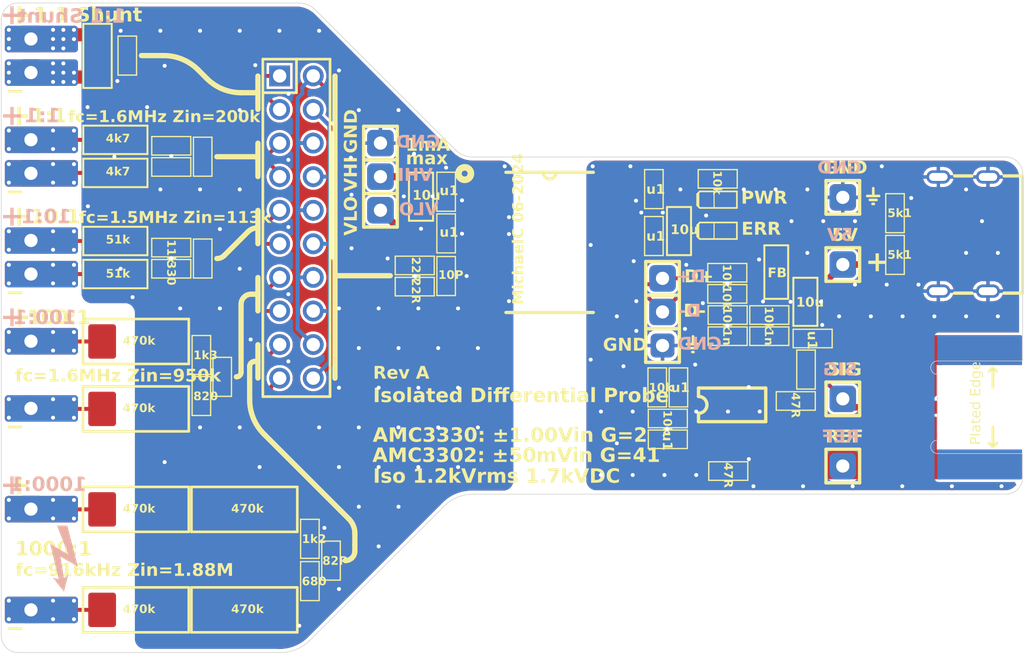
<source format=kicad_pcb>
(kicad_pcb (version 20240108) (generator "pcbnew") (generator_version "8.0")
  (layers (0 "F.Cu" signal "Top Layer") (31 "B.Cu" signal "Bottom Layer") (34 "B.Paste" user "Bottom Paste") (35 "F.Paste" user "Top Paste") (36 "B.SilkS" user "Bottom Overlay") (37 "F.SilkS" user "Top Overlay") (38 "B.Mask" user "Bottom Solder") (39 "F.Mask" user "Top Solder") (44 "Edge.Cuts" user))
  (property "ENGINEER" "Michael")
  (property "SHEETTOTAL" "1")
  (net 0 "")
  (net 1 "ISOLDO")
  (net 2 "VIN")
  (net 3 "NetR31_2")
  (net 4 "NetR31_1")
  (net 5 "NetR28_2")
  (net 6 "NetR26_2")
  (net 7 "NetR26_1")
  (net 8 "NetR25_2")
  (net 9 "NetR23_1")
  (net 10 "NetR20_2")
  (net 11 "NetR19_2")
  (net 12 "NetR17_2")
  (net 13 "NetR15_1")
  (net 14 "NetR14_1")
  (net 15 "NetR10_2")
  (net 16 "NetR9_1")
  (net 17 "NetR6_1")
  (net 18 "NetR4_2")
  (net 19 "NetR2_1")
  (net 20 "NetP1_4")
  (net 21 "NetP1_2")
  (net 22 "NetJ1_B5")
  (net 23 "NetJ1_A5")
  (net 24 "NetD1_K")
  (net 25 "NetD1_A")
  (net 26 "NetC19_2")
  (net 27 "NetC19_1")
  (net 28 "NetC18_1")
  (net 29 "NetC15_1")
  (net 30 "NetC14_2")
  (net 31 "NetC14_1")
  (net 32 "VGND")
  (net 33 "NetC13_1")
  (net 34 "NetC12_2")
  (net 35 "NetC12_1")
  (net 36 "NetC11_2")
  (net 37 "NetC11_1")
  (net 38 "NetC9_2")
  (net 39 "NetC9_1")
  (net 40 "NetC3_2")
  (net 41 "NetC2_2")
  (net 42 "NetC2_1")
  (net 43 "NetC1_2")
  (net 44 "NetC1_1")
  (net 45 "ISOPWR")
  (net 46 "HGND")
  (net 47 "GND")
  (net 48 "+5V")
  (footprint "NixieClock_RevA.PcbLib:0603" (layer "F.Cu") (at 165.6511 100.8411 180)
    (property "Reference" "R20")
    (property "Value" "10k" (hide yes))
  )
  (footprint "NixieClock_RevA.PcbLib:0603" (layer "F.Cu") (at 165.67611 104.0411 180)
    (property "Reference" "R16")
    (property "Value" "10k" (hide yes))
  )
  (footprint "NixieClock_RevA.PcbLib:0603" (layer "F.Cu") (at 143.5261 100.2161 -90)
    (property "Reference" "C11")
    (property "Value" "10pF" (hide yes))
  )
  (footprint "NixieClock_RevA.PcbLib:0603" (layer "F.Cu") (at 125.0261 109.2911 -90)
    (property "Reference" "R22")
    (property "Value" "820R" (hide yes))
  )
  (footprint "NixieClock_RevA.PcbLib:0603" (layer "F.Cu") (at 167.0761 105.6411)
    (property "Reference" "C15")
    (property "Value" "1nF" (hide yes))
  )
  (footprint "NixieClock_RevA.PcbLib:0603" (layer "F.Cu") (at 121.8761 98.9411)
    (property "Reference" "R10")
    (property "Value" "11k" (hide yes))
  )
  (footprint "NixieClock_RevA.PcbLib:1206" (layer "F.Cu") (at 116.9261 90.7911)
    (property "Reference" "R2")
    (property "Value" "4k7" (hide yes))
  )
  (footprint "NixieClock_RevA.PcbLib:0603" (layer "F.Cu") (at 159.2261 95.3911 90)
    (property "Reference" "C3")
    (property "Value" "100nF" (hide yes))
  )
  (footprint "NixieClock_RevA.PcbLib:0603" (layer "F.Cu") (at 165.67611 105.6411 180)
    (property "Reference" "C12")
    (property "Value" "1nF" (hide yes))
  )
  (footprint "NixieClock_RevA.PcbLib:0603" (layer "F.Cu") (at 159.4051 113.4391)
    (property "Reference" "C18")
    (property "Value" "100nF" (hide yes))
  )
  (footprint "NixieClock_RevA.PcbLib:0603" (layer "F.Cu") (at 125.0261 106.1911 -90)
    (property "Reference" "R19")
    (property "Value" "1k3" (hide yes))
  )
  (footprint "E General.PcbLib:MMB0207" (layer "F.Cu") (at 125.7261 118.7411)
    (property "Reference" "R27")
    (property "Value" "470k" (hide yes))
  )
  (footprint "E General.PcbLib:TP" (layer "F.Cu") (at 159.8811 106.3461 90)
    (property "Reference" "TP19")
    (property "Value" "Test Point" (hide yes))
  )
  (footprint "E General.PcbLib:TP" (layer "F.Cu") (at 112.1461 90.7811)
    (property "Reference" "TP3")
    (property "Value" "Test Point" (hide yes))
  )
  (footprint "E General.PcbLib:MMB0207" (layer "F.Cu") (at 117.5261 126.3411)
    (property "Reference" "R31")
    (property "Value" "470k" (hide yes))
  )
  (footprint "E General.PcbLib:TP" (layer "F.Cu") (at 112.1461 98.4011)
    (property "Reference" "TP5")
    (property "Value" "Test Point" (hide yes))
  )
  (footprint "NixieClock_RevA.PcbLib:0603" (layer "F.Cu") (at 133.2261 123.2911 -90)
    (property "Reference" "R30")
    (property "Value" "680R" (hide yes))
  )
  (footprint "NixieClock_RevA.PcbLib:0603" (layer "F.Cu") (at 123.6261 100.5411 180)
    (property "Reference" "R12")
    (property "Value" "330R" (hide yes))
  )
  (footprint "NixieClock_RevA.PcbLib:0603" (layer "F.Cu") (at 167.0761 104.0411)
    (property "Reference" "R21")
    (property "Value" "10k" (hide yes))
  )
  (footprint "NixieClock_RevA.PcbLib:0603" (layer "F.Cu") (at 159.2261 97.1911 -90)
    (property "Reference" "C6")
    (property "Value" "100nF" (hide yes))
  )
  (footprint "E General.PcbLib:MMB0207" (layer "F.Cu") (at 117.5261 106.0411)
    (property "Reference" "R15")
    (property "Value" "470k" (hide yes))
  )
  (footprint "E General.PcbLib:TP" (layer "F.Cu") (at 173.5061 95.1411)
    (property "Reference" "TP7")
    (property "Value" "Test Point" (hide yes))
  )
  (footprint "NixieClock_RevA.PcbLib:0805_cap_Rounded" (layer "F.Cu") (at 141.6261 96.2411 90)
    (property "Reference" "C4")
    (property "Value" "10uF / 25V" (hide yes))
  )
  (footprint "E General.PcbLib:TP" (layer "F.Cu") (at 159.8811 101.2661 90)
    (property "Reference" "TP14")
    (property "Value" "Test Point" (hide yes))
  )
  (footprint "E General.PcbLib:TP" (layer "F.Cu") (at 173.5061 110.3811 90)
    (property "Reference" "TP15")
    (property "Value" "Test Point" (hide yes))
  )
  (footprint "E GF.PcbLib:DW0016B" (layer "F.Cu") (at 151.3481 98.5471)
    (property "Reference" "U1")
    (property "Value" "AMC3" (hide yes))
  )
  (footprint "NixieClock_RevA.PcbLib:1206" (layer "F.Cu") (at 116.9261 93.2911)
    (property "Reference" "R6")
    (property "Value" "4k7" (hide yes))
  )
  (footprint "NixieClock_RevA.PcbLib:0603" (layer "F.Cu") (at 170.8261 110.5411 180)
    (property "Reference" "R18")
    (property "Value" "47R" (hide yes))
  )
  (footprint "E General.PcbLib:MMB0207" (layer "F.Cu") (at 125.7261 126.3411)
    (property "Reference" "R32")
    (property "Value" "470k" (hide yes))
  )
  (footprint "NixieClock_RevA.PcbLib:0603" (layer "F.Cu") (at 165.7261 115.8411 180)
    (property "Reference" "R25")
    (property "Value" "47R" (hide yes))
  )
  (footprint "E General.PcbLib:MMB0207" (layer "F.Cu") (at 117.5261 118.7411)
    (property "Reference" "R26")
    (property "Value" "470k" (hide yes))
  )
  (footprint "E General.PcbLib:TP" (layer "F.Cu") (at 138.5621 93.5751 -90)
    (property "Reference" "TP17")
    (property "Value" "Test Point" (hide yes))
  )
  (footprint "NixieClock_RevA.PcbLib:1206" (layer "F.Cu") (at 117.1761 86.0411 90)
    (property "Reference" "R1")
    (property "Value" "0R01" (hide yes))
  )
  (footprint "NixieClock_RevA.PcbLib:SMA_SMD" (layer "F.Cu") (at 183.8511 115.5161 90)
    (property "Reference" "J2")
    (property "Value" "SMA Conn" (hide yes))
  )
  (footprint "NixieClock_RevA.PcbLib:0603" (layer "F.Cu") (at 143.5261 98.7411 90)
    (property "Reference" "C10")
    (property "Value" "100nF" (hide yes))
  )
  (footprint "E General.PcbLib:TP" (layer "F.Cu") (at 112.1461 93.3211)
    (property "Reference" "TP4")
    (property "Value" "Test Point" (hide yes))
  )
  (footprint "E General.PcbLib:TP" (layer "F.Cu") (at 173.5061 100.2211)
    (property "Reference" "TP6")
    (property "Value" "Test Point" (hide yes))
  )
  (footprint "E General.PcbLib:TP" (layer "F.Cu") (at 112.1461 126.3411 90)
    (property "Reference" "TP12")
    (property "Value" "Test Point" (hide yes))
  )
  (footprint "NixieClock_RevA.PcbLib:0603" (layer "F.Cu") (at 159.4801 108.6391 -90)
    (property "Reference" "R24")
    (property "Value" "10k" (hide yes))
  )
  (footprint "E General.PcbLib:MMB0207" (layer "F.Cu") (at 117.5261 111.1411)
    (property "Reference" "R23")
    (property "Value" "470k" (hide yes))
  )
  (footprint "E Connectors.PcbLib:IDC20" (layer "F.Cu") (at 130.9421 85.9551 -90)
    (property "Reference" "P1")
    (property "Value" "Header 10X2" (hide yes))
  )
  (footprint "E General.PcbLib:TP" (layer "F.Cu") (at 112.1461 100.9411)
    (property "Reference" "TP8")
    (property "Value" "Test Point" (hide yes))
  )
  (footprint "E General.PcbLib:TP" (layer "F.Cu") (at 112.1461 118.7211 90)
    (property "Reference" "TP11")
    (property "Value" "Test Point" (hide yes))
  )
  (footprint "E General.PcbLib:TP" (layer "F.Cu") (at 112.1461 85.7011)
    (property "Reference" "TP2")
    (property "Value" "Test Point" (hide yes))
  )
  (footprint "NixieClock_RevA.PcbLib:0603" (layer "F.Cu") (at 164.9261 93.7411 180)
    (property "Reference" "R3")
    (property "Value" "10k" (hide yes))
  )
  (footprint "NixieClock_RevA.PcbLib:0603" (layer "F.Cu") (at 159.4051 111.8641)
    (property "Reference" "R29")
    (property "Value" "10k" (hide yes))
  )
  (footprint "E General.PcbLib:TP" (layer "F.Cu") (at 138.5621 91.0351 -90)
    (property "Reference" "TP18")
    (property "Value" "Test Point" (hide yes))
  )
  (footprint "NixieClock_RevA.PcbLib:0603" (layer "F.Cu") (at 123.6261 92.8411 180)
    (property "Reference" "R5")
    (property "Value" "NF" (hide yes))
  )
  (footprint "E General.PcbLib:SO-8" (layer "F.Cu") (at 163.23611 113.6291 90)
    (property "Reference" "U2")
    (property "Value" "TLC272ID" (hide yes))
  )
  (footprint "E GF.PcbLib:LED-0603" (layer "F.Cu") (at 164.0511 95.3161 180)
    (property "Reference" "D2")
    (property "Value" "GRN" (hide yes))
  )
  (footprint "NixieClock_RevA.PcbLib:0603" (layer "F.Cu") (at 170.7261 109.0411 90)
    (property "Reference" "C13")
    (property "Value" "NF" (hide yes))
  )
  (footprint "E GF.PcbLib:LED-0603" (layer "F.Cu") (at 164.05109 97.6661 180)
    (property "Reference" "D1")
    (property "Value" "RED" (hide yes))
  )
  (footprint "NixieClock_RevA.PcbLib:0603" (layer "F.Cu") (at 142.0261 100.2911 180)
    (property "Reference" "R11")
    (property "Value" "220R" (hide yes))
  )
  (footprint "NixieClock_RevA.PcbLib:0603" (layer "F.Cu") (at 133.2261 120.0911 -90)
    (property "Reference" "R28")
    (property "Value" "1k2" (hide yes))
  )
  (footprint "NixieClock_RevA.PcbLib:0603" (layer "F.Cu") (at 170.3511 105.8161)
    (property "Reference" "C17")
    (property "Value" "100nF" (hide yes))
  )
  (footprint "NixieClock_RevA.PcbLib:0805_Rounded" (layer "F.Cu") (at 168.4761 99.6411 -90)
    (property "Reference" "L1")
    (property "Value" "PBY201209T-601Y-N" (hide yes))
  )
  (footprint "NixieClock_RevA.PcbLib:0603" (layer "F.Cu") (at 126.6011 107.8411 -90)
    (property "Reference" "C14")
    (property "Value" "NF" (hide yes))
  )
  (footprint "NixieClock_RevA.PcbLib:0603" (layer "F.Cu") (at 177.4511 95.4661 -90)
    (property "Reference" "R7")
    (property "Value" "5k1" (hide yes))
  )
  (footprint "NixieClock_RevA.PcbLib:0603" (layer "F.Cu") (at 161.0801 108.6391 -90)
    (property "Reference" "C16")
    (property "Value" "100nF" (hide yes))
  )
  (footprint "E General.PcbLib:TP" (layer "F.Cu") (at 112.1461 83.1611)
    (property "Reference" "TP1")
    (property "Value" "Test Point" (hide yes))
  )
  (footprint "NixieClock_RevA.PcbLib:0603" (layer "F.Cu") (at 119.4261 83.5411 -90)
    (property "Reference" "C1")
    (property "Value" "NF" (hide yes))
  )
  (footprint "NixieClock_RevA.PcbLib:0805_cap_Rounded" (layer "F.Cu") (at 161.1261 98.8411 90)
    (property "Reference" "C7")
    (property "Value" "10uF / 25V" (hide yes))
  )
  (footprint "NixieClock_RevA.PcbLib:0805_cap_Rounded" (layer "F.Cu") (at 170.6761 101.8911 -90)
    (property "Reference" "C8")
    (property "Value" "10uF / 25V" (hide yes))
  )
  (footprint "NixieClock_RevA.PcbLib:0603" (layer "F.Cu") (at 134.8261 121.7411 -90)
    (property "Reference" "C19")
    (property "Value" "82pF" (hide yes))
  )
  (footprint "NixieClock_RevA.PcbLib:0603" (layer "F.Cu") (at 177.4511 100.3661 90)
    (property "Reference" "R8")
    (property "Value" "5k1" (hide yes))
  )
  (footprint "E General.PcbLib:TP" (layer "F.Cu") (at 159.8811 103.8061 90)
    (property "Reference" "TP13")
    (property "Value" "Test Point" (hide yes))
  )
  (footprint "E General.PcbLib:TP" (layer "F.Cu") (at 173.5061 115.4611 90)
    (property "Reference" "TP16")
    (property "Value" "Test Point" (hide yes))
  )
  (footprint "E General.PcbLib:TP" (layer "F.Cu") (at 138.5621 96.1151 -90)
    (property "Reference" "TP20")
    (property "Value" "Test Point" (hide yes))
  )
  (footprint "NixieClock_RevA.PcbLib:1206" (layer "F.Cu") (at 116.9261 100.9411)
    (property "Reference" "R14")
    (property "Value" "51k" (hide yes))
  )
  (footprint "NixieClock_RevA.PcbLib:USB-C_6pin_Conn" (layer "F.Cu") (at 182.4011 97.9161 90)
    (property "Reference" "J1")
    (property "Value" "USB C 6-Pin" (hide yes))
  )
  (footprint "NixieClock_RevA.PcbLib:0603" (layer "F.Cu") (at 142.0261 101.8911 180)
    (property "Reference" "R13")
    (property "Value" "220R" (hide yes))
  )
  (footprint "NixieClock_RevA.PcbLib:0603" (layer "F.Cu") (at 125.1261 91.1911 -90)
    (property "Reference" "C2")
    (property "Value" "NF" (hide yes))
  )
  (footprint "NixieClock_RevA.PcbLib:0603" (layer "F.Cu") (at 121.8761 91.2411)
    (property "Reference" "R4")
    (property "Value" "NF" (hide yes))
  )
  (footprint "NixieClock_RevA.PcbLib:1206" (layer "F.Cu") (at 116.9261 98.4411)
    (property "Reference" "R9")
    (property "Value" "51k" (hide yes))
  )
  (footprint "NixieClock_RevA.PcbLib:0603" (layer "F.Cu") (at 125.1261 98.8911 -90)
    (property "Reference" "C9")
    (property "Value" "NF" (hide yes))
  )
  (footprint "E General.PcbLib:TP" (layer "F.Cu") (at 112.1461 111.1011 90)
    (property "Reference" "TP10")
    (property "Value" "Test Point" (hide yes))
  )
  (footprint "NixieClock_RevA.PcbLib:0603" (layer "F.Cu") (at 165.6511 102.4411 180)
    (property "Reference" "R17")
    (property "Value" "10k" (hide yes))
  )
  (footprint "E General.PcbLib:TP" (layer "F.Cu") (at 112.1461 106.0211)
    (property "Reference" "TP9")
    (property "Value" "Test Point" (hide yes))
  )
  (footprint "NixieClock_RevA.PcbLib:0603" (layer "F.Cu") (at 143.5261 93.8411 -90)
    (property "Reference" "C5")
    (property "Value" "100nF" (hide yes))
  )
  (gr_poly (pts (arc (start 110.4301 101.9461) (mid 110.250495 101.871705) (end 110.1761 101.6921)) (arc (start 110.1761 100.2001) (mid 110.250495 100.020495) (end 110.4301 99.9461)) (arc (start 115.4471 99.9461) (mid 115.626705 100.020495) (end 115.7011 100.2001)) (arc (start 115.7011 101.6921) (mid 115.626705 101.871705) (end 115.4471 101.9461)) (xy 112.9261 101.9461)) (fill solid) (layer "F.Cu") (net 14))
  (gr_poly (pts (arc (start 110.4301 86.7061) (mid 110.250495 86.631705) (end 110.1761 86.4521)) (arc (start 110.1761 84.9601) (mid 110.250495 84.780495) (end 110.4301 84.7061)) (arc (start 115.4471 84.7061) (mid 115.626705 84.780495) (end 115.7011 84.9601)) (arc (start 115.7011 86.4521) (mid 115.626705 86.631705) (end 115.4471 86.7061)) (xy 112.9261 86.7061)) (fill solid) (layer "F.Cu") (net 43))
  (gr_poly (pts (arc (start 110.4301 91.7861) (mid 110.250495 91.711705) (end 110.1761 91.5321)) (arc (start 110.1761 90.0401) (mid 110.250495 89.860495) (end 110.4301 89.7861)) (arc (start 115.4471 89.7861) (mid 115.626705 89.860495) (end 115.7011 90.0401)) (arc (start 115.7011 91.5321) (mid 115.626705 91.711705) (end 115.4471 91.7861)) (xy 112.9261 91.7861)) (fill solid) (layer "F.Cu") (net 19))
  (gr_poly (pts (arc (start 110.4301 107.0261) (mid 110.250495 106.951705) (end 110.1761 106.7721)) (arc (start 110.1761 105.2801) (mid 110.250495 105.100495) (end 110.4301 105.0261)) (arc (start 115.4471 105.0261) (mid 115.626705 105.100495) (end 115.7011 105.2801)) (arc (start 115.7011 106.7721) (mid 115.626705 106.951705) (end 115.4471 107.0261)) (xy 112.9261 107.0261)) (fill solid) (layer "F.Cu") (net 13))
  (gr_poly (pts (arc (start 110.4301 127.3461) (mid 110.250495 127.271705) (end 110.1761 127.0921)) (arc (start 110.1761 125.6001) (mid 110.250495 125.420495) (end 110.4301 125.3461)) (arc (start 115.4471 125.3461) (mid 115.626705 125.420495) (end 115.7011 125.6001)) (arc (start 115.7011 127.0921) (mid 115.626705 127.271705) (end 115.4471 127.3461)) (xy 112.9261 127.3461)) (fill solid) (layer "F.Cu") (net 4))
  (gr_poly (pts (arc (start 110.4301 84.1661) (mid 110.250495 84.091705) (end 110.1761 83.9121)) (arc (start 110.1761 82.4201) (mid 110.250495 82.240495) (end 110.4301 82.1661)) (arc (start 115.4471 82.1661) (mid 115.626705 82.240495) (end 115.7011 82.4201)) (arc (start 115.7011 83.9121) (mid 115.626705 84.091705) (end 115.4471 84.1661)) (xy 112.9261 84.1661)) (fill solid) (layer "F.Cu") (net 44))
  (gr_rect (start 180.6511 107.21611) (end 187.0511 107.81611) (fill solid) (layer "F.Cu") (net 32))
  (gr_poly (pts (arc (start 110.4301 94.3261) (mid 110.250495 94.251705) (end 110.1761 94.0721)) (arc (start 110.1761 92.5801) (mid 110.250495 92.400495) (end 110.4301 92.3261)) (arc (start 115.4471 92.3261) (mid 115.626705 92.400495) (end 115.7011 92.5801)) (arc (start 115.7011 94.0721) (mid 115.626705 94.251705) (end 115.4471 94.3261)) (xy 112.9261 94.3261)) (fill solid) (layer "F.Cu") (net 17))
  (gr_rect (start 180.3011 114.2161) (end 180.9261 116.4661) (fill solid) (layer "F.Cu") (net 32))
  (gr_rect (start 180.3761 105.5661) (end 180.9761 107.8161) (fill solid) (layer "F.Cu") (net 32))
  (gr_poly (pts (arc (start 110.4301 119.7261) (mid 110.250495 119.651705) (end 110.1761 119.4721)) (arc (start 110.1761 117.9801) (mid 110.250495 117.800495) (end 110.4301 117.7261)) (arc (start 115.4471 117.7261) (mid 115.626705 117.800495) (end 115.7011 117.9801)) (arc (start 115.7011 119.4721) (mid 115.626705 119.651705) (end 115.4471 119.7261)) (xy 112.9261 119.7261)) (fill solid) (layer "F.Cu") (net 7))
  (gr_poly (pts (arc (start 110.4301 99.4061) (mid 110.250495 99.331705) (end 110.1761 99.1521)) (arc (start 110.1761 97.6601) (mid 110.250495 97.480495) (end 110.4301 97.4061)) (arc (start 115.4471 97.4061) (mid 115.626705 97.480495) (end 115.7011 97.6601)) (arc (start 115.7011 99.1521) (mid 115.626705 99.331705) (end 115.4471 99.4061)) (xy 112.9261 99.4061)) (fill solid) (layer "F.Cu") (net 16))
  (gr_poly (pts (arc (start 110.4301 112.1061) (mid 110.250495 112.031705) (end 110.1761 111.8521)) (arc (start 110.1761 110.3601) (mid 110.250495 110.180495) (end 110.4301 110.1061)) (arc (start 115.4471 110.1061) (mid 115.626705 110.180495) (end 115.7011 110.3601)) (arc (start 115.7011 111.8521) (mid 115.626705 112.031705) (end 115.4471 112.1061)) (xy 112.9261 112.1061)) (fill solid) (layer "F.Cu") (net 9))
  (gr_rect (start 180.65111 114.2161) (end 187.05111 114.8161) (fill solid) (layer "F.Cu") (net 32))
  (gr_rect (start 180.6511 107.21611) (end 187.0511 107.81611) (fill solid) (layer "B.Cu") (net 32))
  (gr_rect (start 180.65111 114.2161) (end 187.05111 114.8161) (fill solid) (layer "B.Cu") (net 32))
  (gr_poly (pts (arc (start 110.4301 112.1061) (mid 110.250495 112.031705) (end 110.1761 111.8521)) (arc (start 110.1761 110.3601) (mid 110.250495 110.180495) (end 110.4301 110.1061)) (arc (start 115.4471 110.1061) (mid 115.626705 110.180495) (end 115.7011 110.3601)) (arc (start 115.7011 111.8521) (mid 115.626705 112.031705) (end 115.4471 112.1061)) (xy 112.9261 112.1061)) (fill solid) (layer "B.Cu") (net 9))
  (gr_poly (pts (arc (start 110.4301 107.0261) (mid 110.250495 106.951705) (end 110.1761 106.7721)) (arc (start 110.1761 105.2801) (mid 110.250495 105.100495) (end 110.4301 105.0261)) (arc (start 115.4471 105.0261) (mid 115.626705 105.100495) (end 115.7011 105.2801)) (arc (start 115.7011 106.7721) (mid 115.626705 106.951705) (end 115.4471 107.0261)) (xy 112.9261 107.0261)) (fill solid) (layer "B.Cu") (net 13))
  (gr_poly (pts (arc (start 110.4301 94.3261) (mid 110.250495 94.251705) (end 110.1761 94.0721)) (arc (start 110.1761 92.5801) (mid 110.250495 92.400495) (end 110.4301 92.3261)) (arc (start 115.4471 92.3261) (mid 115.626705 92.400495) (end 115.7011 92.5801)) (arc (start 115.7011 94.0721) (mid 115.626705 94.251705) (end 115.4471 94.3261)) (xy 112.9261 94.3261)) (fill solid) (layer "B.Cu") (net 17))
  (gr_poly (pts (arc (start 110.4301 127.3461) (mid 110.250495 127.271705) (end 110.1761 127.0921)) (arc (start 110.1761 125.6001) (mid 110.250495 125.420495) (end 110.4301 125.3461)) (arc (start 115.4471 125.3461) (mid 115.626705 125.420495) (end 115.7011 125.6001)) (arc (start 115.7011 127.0921) (mid 115.626705 127.271705) (end 115.4471 127.3461)) (xy 112.9261 127.3461)) (fill solid) (layer "B.Cu") (net 4))
  (gr_poly (pts (arc (start 110.4301 84.1661) (mid 110.250495 84.091705) (end 110.1761 83.9121)) (arc (start 110.1761 82.4201) (mid 110.250495 82.240495) (end 110.4301 82.1661)) (arc (start 115.4471 82.1661) (mid 115.626705 82.240495) (end 115.7011 82.4201)) (arc (start 115.7011 83.9121) (mid 115.626705 84.091705) (end 115.4471 84.1661)) (xy 112.9261 84.1661)) (fill solid) (layer "B.Cu") (net 44))
  (gr_poly (pts (arc (start 110.4301 86.7061) (mid 110.250495 86.631705) (end 110.1761 86.4521)) (arc (start 110.1761 84.9601) (mid 110.250495 84.780495) (end 110.4301 84.7061)) (arc (start 115.4471 84.7061) (mid 115.626705 84.780495) (end 115.7011 84.9601)) (arc (start 115.7011 86.4521) (mid 115.626705 86.631705) (end 115.4471 86.7061)) (xy 112.9261 86.7061)) (fill solid) (layer "B.Cu") (net 43))
  (gr_poly (pts (arc (start 110.4301 91.7861) (mid 110.250495 91.711705) (end 110.1761 91.5321)) (arc (start 110.1761 90.0401) (mid 110.250495 89.860495) (end 110.4301 89.7861)) (arc (start 115.4471 89.7861) (mid 115.626705 89.860495) (end 115.7011 90.0401)) (arc (start 115.7011 91.5321) (mid 115.626705 91.711705) (end 115.4471 91.7861)) (xy 112.9261 91.7861)) (fill solid) (layer "B.Cu") (net 19))
  (gr_poly (pts (arc (start 110.4301 99.4061) (mid 110.250495 99.331705) (end 110.1761 99.1521)) (arc (start 110.1761 97.6601) (mid 110.250495 97.480495) (end 110.4301 97.4061)) (arc (start 115.4471 97.4061) (mid 115.626705 97.480495) (end 115.7011 97.6601)) (arc (start 115.7011 99.1521) (mid 115.626705 99.331705) (end 115.4471 99.4061)) (xy 112.9261 99.4061)) (fill solid) (layer "B.Cu") (net 16))
  (gr_poly (pts (arc (start 110.4301 101.9461) (mid 110.250495 101.871705) (end 110.1761 101.6921)) (arc (start 110.1761 100.2001) (mid 110.250495 100.020495) (end 110.4301 99.9461)) (arc (start 115.4471 99.9461) (mid 115.626705 100.020495) (end 115.7011 100.2001)) (arc (start 115.7011 101.6921) (mid 115.626705 101.871705) (end 115.4471 101.9461)) (xy 112.9261 101.9461)) (fill solid) (layer "B.Cu") (net 14))
  (gr_poly (pts (arc (start 110.4301 119.7261) (mid 110.250495 119.651705) (end 110.1761 119.4721)) (arc (start 110.1761 117.9801) (mid 110.250495 117.800495) (end 110.4301 117.7261)) (arc (start 115.4471 117.7261) (mid 115.626705 117.800495) (end 115.7011 117.9801)) (arc (start 115.7011 119.4721) (mid 115.626705 119.651705) (end 115.4471 119.7261)) (xy 112.9261 119.7261)) (fill solid) (layer "B.Cu") (net 7))
  (gr_poly (pts (xy 114.89891 119.96002) (xy 115.69158 123.07302) (xy 114.38008 122.32359) (xy 114.6395 123.95215) (xy 114.97097 123.66392) (xy 114.6395 124.97541) (xy 113.83242 123.93774) (xy 113.8036 123.90892) (xy 114.25037 124.02421) (xy 113.60183 121.35799) (xy 114.95656 122.15065) (xy 114.97097 122.16507) (xy 114.10625 119.96002)) (fill solid) (layer "B.SilkS"))
  (gr_arc (start 128.6761 107.9411) (mid 128.792086 107.661086) (end 129.0721 107.5451) (stroke (width 0.4)) (layer "F.SilkS"))
  (gr_line (start 129.3011 88.4841) (end 129.3011 87.2251) (stroke (width 0.4)) (layer "F.SilkS"))
  (gr_line (start 129.3011 87.2251) (end 129.3011 85.9661) (stroke (width 0.4)) (layer "F.SilkS"))
  (gr_line (start 128.0341 87.2251) (end 129.3011 87.2251) (stroke (width 0.4)) (layer "F.SilkS"))
  (gr_arc (start 136.6261 121.8911) (mid 136.413752 122.403752) (end 135.9011 122.6161) (stroke (width 0.4)) (layer "F.SilkS"))
  (gr_line (start 135.54847 118.83847) (end 136.1761 119.4661) (stroke (width 0.4)) (layer "F.SilkS"))
  (gr_arc (start 128.532899 97.759289) (mid 128.885353 97.523787) (end 129.3011 97.44109) (stroke (width 0.4)) (layer "F.SilkS"))
  (gr_line (start 162.18291 106.23429) (end 162.18291 105.65281) (stroke (width 0.2)) (layer "F.SilkS"))
  (gr_arc (start 135.176098 101.091098) (mid 135.203788 101.072596) (end 135.23645 101.066099) (stroke (width 0.4)) (layer "F.SilkS"))
  (gr_line (start 135.23645 101.0661) (end 139.3011 101.0661) (stroke (width 0.4)) (layer "F.SilkS"))
  (gr_line (start 175.7511 95.6361) (end 175.8511 95.6361) (stroke (width 0.2)) (layer "F.SilkS"))
  (gr_line (start 175.5511 95.33609) (end 176.0511 95.33609) (stroke (width 0.2)) (layer "F.SilkS"))
  (gr_line (start 135.1231 108.8161) (end 135.1231 99.9251) (stroke (width 0.4)) (layer "F.SilkS"))
  (gr_line (start 129.87873 113.16873) (end 135.54847 118.83847) (stroke (width 0.4)) (layer "F.SilkS"))
  (gr_line (start 128.7881 102.4651) (end 129.3011 102.4651) (stroke (width 0.4)) (layer "F.SilkS"))
  (gr_arc (start 136.176102 119.466098) (mid 136.50915 119.964539) (end 136.6261 120.55249) (stroke (width 0.4)) (layer "F.SilkS"))
  (gr_arc (start 122.1771 84.4161) (mid 123.585092 84.696167) (end 124.77873 85.49373) (stroke (width 0.4)) (layer "F.SilkS"))
  (gr_line (start 129.3011 98.6441) (end 129.3011 97.3851) (stroke (width 0.4)) (layer "F.SilkS"))
  (gr_arc (start 175.80791 95.02929) (mid 175.805915 95.034105) (end 175.8011 95.0361) (stroke (width 0.2)) (layer "F.SilkS"))
  (gr_line (start 124.77873 85.49373) (end 125.43247 86.14747) (stroke (width 0.4)) (layer "F.SilkS"))
  (gr_line (start 128.6761 110.4421) (end 128.6761 107.9411) (stroke (width 0.4)) (layer "F.SilkS"))
  (gr_line (start 126.75591 99.53629) (end 128.5329 97.7593) (stroke (width 0.4)) (layer "F.SilkS"))
  (gr_arc (start 128.0261 108.3661) (mid 127.923587 108.613587) (end 127.6761 108.7161) (stroke (width 0.4)) (layer "F.SilkS"))
  (gr_line (start 161.7261 106.2411) (end 162.6261 106.2411) (stroke (width 0.2)) (layer "F.SilkS"))
  (gr_line (start 120.5011 84.4161) (end 122.1771 84.4161) (stroke (width 0.4)) (layer "F.SilkS"))
  (gr_line (start 129.3011 92.3051) (end 129.3011 91.0461) (stroke (width 0.4)) (layer "F.SilkS"))
  (gr_arc (start 129.75373 113.04373) (mid 128.956167 111.850092) (end 128.6761 110.4421) (stroke (width 0.4)) (layer "F.SilkS"))
  (gr_arc (start 128.0261 103.2271) (mid 128.249285 102.688285) (end 128.7881 102.4651) (stroke (width 0.4)) (layer "F.SilkS"))
  (gr_line (start 129.3011 93.5641) (end 129.3011 92.3051) (stroke (width 0.4)) (layer "F.SilkS"))
  (gr_line (start 129.3011 108.8041) (end 129.3011 107.5451) (stroke (width 0.4)) (layer "F.SilkS"))
  (gr_line (start 128.0261 108.3661) (end 128.0261 103.2271) (stroke (width 0.4)) (layer "F.SilkS"))
  (gr_line (start 129.3011 97.3851) (end 129.3011 96.1261) (stroke (width 0.4)) (layer "F.SilkS"))
  (gr_line (start 129.3011 103.7241) (end 129.3011 102.4651) (stroke (width 0.4)) (layer "F.SilkS"))
  (gr_line (start 129.3011 107.5451) (end 129.3011 106.2861) (stroke (width 0.4)) (layer "F.SilkS"))
  (gr_arc (start 126.75591 99.53629) (mid 126.501361 99.706374) (end 126.2011 99.7661) (stroke (width 0.4)) (layer "F.SilkS"))
  (gr_line (start 129.75373 113.04373) (end 129.87873 113.16873) (stroke (width 0.4)) (layer "F.SilkS"))
  (gr_line (start 161.9261 106.5411) (end 162.4261 106.5411) (stroke (width 0.2)) (layer "F.SilkS"))
  (gr_line (start 126.2011 92.0661) (end 129.2761 92.0661) (stroke (width 0.4)) (layer "F.SilkS"))
  (gr_line (start 175.80791 95.02929) (end 175.80791 94.44781) (stroke (width 0.2)) (layer "F.SilkS"))
  (gr_line (start 129.0721 107.5451) (end 129.3011 107.5451) (stroke (width 0.4)) (layer "F.SilkS"))
  (gr_line (start 175.3511 95.03609) (end 176.2511 95.03609) (stroke (width 0.2)) (layer "F.SilkS"))
  (gr_line (start 162.1261 106.8411) (end 162.2261 106.8411) (stroke (width 0.2)) (layer "F.SilkS"))
  (gr_line (start 136.6261 121.4401) (end 136.6261 120.55249) (stroke (width 0.4)) (layer "F.SilkS"))
  (gr_line (start 129.3011 102.4651) (end 129.3011 101.2061) (stroke (width 0.4)) (layer "F.SilkS"))
  (gr_line (start 135.1231 99.9251) (end 135.1231 85.9661) (stroke (width 0.4)) (layer "F.SilkS"))
  (gr_arc (start 128.0341 87.2251) (mid 126.626108 86.945033) (end 125.43247 86.14747) (stroke (width 0.4)) (layer "F.SilkS"))
  (gr_arc (start 162.18291 106.23429) (mid 162.180915 106.239105) (end 162.1761 106.2411) (stroke (width 0.2)) (layer "F.SilkS"))
  (gr_line (start 136.6261 121.8911) (end 136.6261 121.4401) (stroke (width 0.4)) (layer "F.SilkS"))
  (gr_line (start 109.9011 81.7111) (end 109.9011 128.2961) (stroke (width 0.05)) (layer "Edge.Cuts"))
  (gr_line (start 144.237285 91.552285) (end 144.23729 91.55228) (stroke (width 0.05)) (layer "Edge.Cuts"))
  (gr_line (start 187.0511 114.5161) (end 180.65911 114.5161) (stroke (width 0.05)) (layer "Edge.Cuts"))
  (gr_line (start 144.23729 91.55228) (end 133.664915 80.979915) (stroke (width 0.05)) (layer "Edge.Cuts"))
  (gr_line (start 180.651105 113.500163) (end 180.65111 113.50016) (stroke (width 0.05)) (layer "Edge.Cuts"))
  (gr_line (start 187.1011 116.3211) (end 187.1011 114.5661) (stroke (width 0.05)) (layer "Edge.Cuts"))
  (gr_line (start 180.15111 114.0081) (end 180.1511 114.008103) (stroke (width 0.05)) (layer "Edge.Cuts"))
  (gr_line (start 111.1711 129.5661) (end 131.0311 129.5661) (stroke (width 0.05)) (layer "Edge.Cuts"))
  (gr_line (start 133.199125 128.668075) (end 133.19912 128.66807) (stroke (width 0.05)) (layer "Edge.Cuts"))
  (gr_line (start 132.3641 80.4411) (end 111.1711 80.4411) (stroke (width 0.05)) (layer "Edge.Cuts"))
  (gr_arc (start 132.3641 80.4411) (mid 133.068094 80.581135) (end 133.664915 80.979915) (stroke (width 0.05)) (layer "Edge.Cuts"))
  (gr_line (start 180.65911 107.5161) (end 187.0511 107.5161) (stroke (width 0.05)) (layer "Edge.Cuts"))
  (gr_arc (start 133.199125 128.668075) (mid 132.204429 129.332722) (end 131.0311 129.5661) (stroke (width 0.05)) (layer "Edge.Cuts"))
  (gr_arc (start 180.1511 114.008103) (mid 180.297073 113.651729) (end 180.651105 113.500163) (stroke (width 0.05)) (layer "Edge.Cuts"))
  (gr_line (start 185.8311 92.0911) (end 145.5381 92.0911) (stroke (width 0.05)) (layer "Edge.Cuts"))
  (gr_arc (start 145.5381 92.0911) (mid 144.834106 91.951065) (end 144.237285 91.552285) (stroke (width 0.05)) (layer "Edge.Cuts"))
  (gr_line (start 180.65111 113.50016) (end 180.651111 108.532037) (stroke (width 0.05)) (layer "Edge.Cuts"))
  (gr_arc (start 185.8311 92.0911) (mid 186.729126 92.463074) (end 187.1011 93.3611) (stroke (width 0.05)) (layer "Edge.Cuts"))
  (gr_arc (start 180.65911 114.5161) (mid 180.299893 114.367314) (end 180.15111 114.0081) (stroke (width 0.05)) (layer "Edge.Cuts"))
  (gr_line (start 187.1011 107.4661) (end 187.1011 93.3611) (stroke (width 0.05)) (layer "Edge.Cuts"))
  (gr_arc (start 111.1711 129.5661) (mid 110.273074 129.194126) (end 109.9011 128.2961) (stroke (width 0.05)) (layer "Edge.Cuts"))
  (gr_line (start 187.1011 114.5661) (end 187.0511 114.5161) (stroke (width 0.05)) (layer "Edge.Cuts"))
  (gr_line (start 145.546102 117.59111) (end 145.5461 117.5911) (stroke (width 0.05)) (layer "Edge.Cuts"))
  (gr_line (start 133.19912 128.66807) (end 143.378082 118.489133) (stroke (width 0.05)) (layer "Edge.Cuts"))
  (gr_line (start 145.5461 117.5911) (end 185.8311 117.5911) (stroke (width 0.05)) (layer "Edge.Cuts"))
  (gr_arc (start 187.1011 116.3211) (mid 186.729126 117.219126) (end 185.8311 117.5911) (stroke (width 0.05)) (layer "Edge.Cuts"))
  (gr_arc (start 109.9011 81.7111) (mid 110.273074 80.813074) (end 111.1711 80.4411) (stroke (width 0.05)) (layer "Edge.Cuts"))
  (gr_arc (start 180.15111 108.0241) (mid 180.2999 107.664893) (end 180.65911 107.5161) (stroke (width 0.05)) (layer "Edge.Cuts"))
  (gr_line (start 180.15111 108.024101) (end 180.15111 108.0241) (stroke (width 0.05)) (layer "Edge.Cuts"))
  (gr_arc (start 143.378082 118.489133) (mid 144.372775 117.824488) (end 145.546102 117.59111) (stroke (width 0.05)) (layer "Edge.Cuts"))
  (gr_line (start 187.0511 107.5161) (end 187.1011 107.4661) (stroke (width 0.05)) (layer "Edge.Cuts"))
  (gr_arc (start 180.651111 108.532037) (mid 180.297077 108.380475) (end 180.15111 108.024101) (stroke (width 0.05)) (layer "Edge.Cuts"))
  (gr_text "1:1 Shunt" (at 119.30898 82.11508 360) (layer "B.SilkS") (effects (font (size 1.071 1.071) (thickness 0.254) (bold yes)) (justify left bottom mirror)))
  (gr_text "100:1" (at 115.60203 104.9061 360) (layer "B.SilkS") (effects (font (size 1.071 1.071) (thickness 0.254) (bold yes)) (justify left bottom mirror)))
  (gr_text "+" (at 111.6161 82.30912 360) (layer "B.SilkS") (effects (font (size 1.5435 1.5435) (thickness 0.254) (bold yes)) (justify left bottom mirror)))
  (gr_text "D+" (at 163.1389 101.72941 360) (layer "B.SilkS") (effects (font (size 0.96012 0.96012) (thickness 0.254) (bold yes)) (justify left bottom mirror)))
  (gr_text "GND" (at 174.9258 93.50441 360) (layer "B.SilkS") (effects (font (size 0.96012 0.96012) (thickness 0.254) (bold yes)) (justify left bottom mirror)))
  (gr_text "GND" (at 164.3508 106.82941 360) (layer "B.SilkS") (effects (font (size 0.96012 0.96012) (thickness 0.254) (bold yes)) (justify left bottom mirror)))
  (gr_text "VLO" (at 142.95024 96.65442 360) (layer "B.SilkS") (effects (font (size 0.96012 0.96012) (thickness 0.254) (bold yes)) (justify left bottom mirror)))
  (gr_text "GND" (at 143.0758 91.55442 360) (layer "B.SilkS") (effects (font (size 0.96012 0.96012) (thickness 0.254) (bold yes)) (justify left bottom mirror)))
  (gr_text "REF" (at 174.75816 113.84441 360) (layer "B.SilkS") (effects (font (size 0.96012 0.96012) (thickness 0.254) (bold yes)) (justify left bottom mirror)))
  (gr_text "D-" (at 162.79158 104.32941 360) (layer "B.SilkS") (effects (font (size 0.96012 0.96012) (thickness 0.254) (bold yes)) (justify left bottom mirror)))
  (gr_text "+" (at 111.6161 117.8611 360) (layer "B.SilkS") (effects (font (size 1.5435 1.5435) (thickness 0.254) (bold yes)) (justify left bottom mirror)))
  (gr_text "10:1" (at 115.17972 97.2811 360) (layer "B.SilkS") (effects (font (size 1.071 1.071) (thickness 0.254) (bold yes)) (justify left bottom mirror)))
  (gr_text "+" (at 111.6161 97.5411 360) (layer "B.SilkS") (effects (font (size 1.5435 1.5435) (thickness 0.254) (bold yes)) (justify left bottom mirror)))
  (gr_text "+" (at 111.6161 89.9211 360) (layer "B.SilkS") (effects (font (size 1.5435 1.5435) (thickness 0.254) (bold yes)) (justify left bottom mirror)))
  (gr_text "VHI" (at 142.5183 94.05442 360) (layer "B.SilkS") (effects (font (size 0.96012 0.96012) (thickness 0.254) (bold yes)) (justify left bottom mirror)))
  (gr_text "SIG" (at 174.58481 108.76441 360) (layer "B.SilkS") (effects (font (size 0.96012 0.96012) (thickness 0.254) (bold yes)) (justify left bottom mirror)))
  (gr_text "+" (at 111.6161 105.1611 360) (layer "B.SilkS") (effects (font (size 1.5435 1.5435) (thickness 0.254) (bold yes)) (justify left bottom mirror)))
  (gr_text "5V" (at 174.27937 98.59552 360) (layer "B.SilkS") (effects (font (size 0.96012 0.96012) (thickness 0.254) (bold yes)) (justify left bottom mirror)))
  (gr_text "1000:1" (at 116.37434 117.5311 360) (layer "B.SilkS") (effects (font (size 1.071 1.071) (thickness 0.254) (bold yes)) (justify left bottom mirror)))
  (gr_text "1:1" (at 114.35741 89.641 360) (layer "B.SilkS") (effects (font (size 1.071 1.071) (thickness 0.254) (bold yes)) (justify left bottom mirror)))
  (gr_text "PWR" (at 165.81377 95.77942 360) (layer "F.SilkS") (effects (font (size 0.96012 0.96012) (thickness 0.254) (bold yes)) (justify left bottom)))
  (gr_text "_" (at 110.4061 102.5011 180) (layer "F.SilkS") (effects (font (size 1.55 1.55) (thickness 0.254) (bold yes)) (justify left bottom mirror)))
  (gr_text "100:1" (at 111.8561 104.9011 360) (layer "F.SilkS") (effects (font (size 1.071 1.071) (thickness 0.254) (bold yes)) (justify left bottom)))
  (gr_text "10u" (at 140.9761 95.4411 360) (layer "F.SilkS") (effects (font (size 0.72009 0.72009) (thickness 0.254) (bold yes)) (justify left bottom)))
  (gr_text "680" (at 132.6161 124.5911 360) (layer "F.SilkS") (effects (font (size 0.64008 0.64008) (thickness 0.254) (bold yes)) (justify left bottom)))
  (gr_text "_" (at 110.4061 94.8811 180) (layer "F.SilkS") (effects (font (size 1.55 1.55) (thickness 0.254) (bold yes)) (justify left bottom mirror)))
  (gr_text "fc=916kHz Zin=1.88M" (at 110.9761 123.92969 360) (layer "F.SilkS") (effects (font (size 0.945 0.945) (thickness 0.254) (bold yes)) (justify left bottom)))
  (gr_text "GND" (at 136.93942 91.8158 90) (layer "F.SilkS") (effects (font (size 0.96012 0.96012) (thickness 0.254) (bold yes)) (justify left bottom)))
  (gr_text "10k" (at 164.35611 103.3911 270) (layer "F.SilkS") (effects (font (size 0.64008 0.64008) (thickness 0.254) (bold yes)) (justify left bottom)))
  (gr_text "51k" (at 117.8011 101.3161 360) (layer "F.SilkS") (effects (font (size 0.64008 0.64008) (thickness 0.254) (bold yes)) (justify left bottom)))
  (gr_text "1k2" (at 132.6161 121.3911 360) (layer "F.SilkS") (effects (font (size 0.64008 0.64008) (thickness 0.254) (bold yes)) (justify left bottom)))
  (gr_text "D-" (at 161.46062 104.32941 360) (layer "F.SilkS") (effects (font (size 0.96012 0.96012) (thickness 0.254) (bold yes)) (justify left bottom)))
  (gr_text "+" (at 110.34847 89.9256 360) (layer "F.SilkS") (effects (font (size 1.5435 1.5435) (thickness 0.254) (bold yes)) (justify left bottom)))
  (gr_text "10k" (at 159.8361 111.2311 270) (layer "F.SilkS") (effects (font (size 0.64008 0.64008) (thickness 0.254) (bold yes)) (justify left bottom)))
  (gr_text "470k" (at 127.2761 119.0911 360) (layer "F.SilkS") (effects (font (size 0.64008 0.64008) (thickness 0.254) (bold yes)) (justify left bottom)))
  (gr_text "10P" (at 142.9261 101.4161 360) (layer "F.SilkS") (effects (font (size 0.64008 0.64008) (thickness 0.254) (bold yes)) (justify left bottom)))
  (gr_text "REF" (at 172.19403 113.84441 360) (layer "F.SilkS") (effects (font (size 0.96012 0.96012) (thickness 0.254) (bold yes)) (justify left bottom)))
  (gr_text "Iso 1.2kVrms 1.7kVDC" (at 138.0011 116.91079 360) (layer "F.SilkS") (effects (font (size 1.071 1.071) (thickness 0.254) (bold yes)) (justify left bottom)))
  (gr_text "47R" (at 169.5261 109.8911 270) (layer "F.SilkS") (effects (font (size 0.64008 0.64008) (thickness 0.254) (bold yes)) (justify left bottom)))
  (gr_text "10u" (at 169.9661 103.5311 360) (layer "F.SilkS") (effects (font (size 0.72009 0.72009) (thickness 0.254) (bold yes)) (justify left bottom)))
  (gr_text "D+" (at 161.5133 101.72941 360) (layer "F.SilkS") (effects (font (size 0.96012 0.96012) (thickness 0.254) (bold yes)) (justify left bottom)))
  (gr_text "SIG" (at 172.36739 108.76441 360) (layer "F.SilkS") (effects (font (size 0.96012 0.96012) (thickness 0.254) (bold yes)) (justify left bottom)))
  (gr_text "_" (at 110.4061 127.9011 180) (layer "F.SilkS") (effects (font (size 1.55 1.55) (thickness 0.254) (bold yes)) (justify left bottom mirror)))
  (gr_text "10k" (at 163.6061 93.1111 270) (layer "F.SilkS") (effects (font (size 0.64008 0.64008) (thickness 0.254) (bold yes)) (justify left bottom)))
  (gr_text "1000:1" (at 110.94522 122.4111 360) (layer "F.SilkS") (effects (font (size 1.071 1.071) (thickness 0.254) (bold yes)) (justify left bottom)))
  (gr_text "AMC3330: ±1.00Vin G=2" (at 137.9761 113.81008 360) (layer "F.SilkS") (effects (font (size 1.071 1.071) (thickness 0.254) (bold yes)) (justify left bottom)))
  (gr_text "10u" (at 160.4761 98.0411 360) (layer "F.SilkS") (effects (font (size 0.72009 0.72009) (thickness 0.254) (bold yes)) (justify left bottom)))
  (gr_text "u1" (at 160.5101 109.9891 360) (layer "F.SilkS") (effects (font (size 0.72009 0.72009) (thickness 0.254) (bold yes)) (justify left bottom)))
  (gr_text "1mA" (at 140.45433 91.78195 360) (layer "F.SilkS") (effects (font (size 0.96012 0.96012) (thickness 0.254) (bold yes)) (justify left bottom)))
  (gr_text "fc=1.6MHz Zin=950k" (at 110.9461 109.2311 360) (layer "F.SilkS") (effects (font (size 0.945 0.945) (thickness 0.254) (bold yes)) (justify left bottom)))
  (gr_text "47R" (at 164.4361 115.1811 270) (layer "F.SilkS") (effects (font (size 0.64008 0.64008) (thickness 0.254) (bold yes)) (justify left bottom)))
  (gr_text "51k" (at 117.8011 98.7411 360) (layer "F.SilkS") (effects (font (size 0.64008 0.64008) (thickness 0.254) (bold yes)) (justify left bottom)))
  (gr_text "22R" (at 140.8261 101.2411 270) (layer "F.SilkS") (effects (font (size 0.64008 0.64008) (thickness 0.254) (bold yes)) (justify left bottom)))
  (gr_text "4k7" (at 117.8011 93.5911 360) (layer "F.SilkS") (effects (font (size 0.64008 0.64008) (thickness 0.254) (bold yes)) (justify left bottom)))
  (gr_text "max" (at 140.47438 92.80079 360) (layer "F.SilkS") (effects (font (size 0.96012 0.96012) (thickness 0.254) (bold yes)) (justify left bottom)))
  (gr_text "1:1 Shunt" (at 112.35558 82.01958 360) (layer "F.SilkS") (effects (font (size 1.071 1.071) (thickness 0.254) (bold yes)) (justify left bottom)))
  (gr_text "820" (at 124.41611 110.5911 360) (layer "F.SilkS") (effects (font (size 0.64008 0.64008) (thickness 0.254) (bold yes)) (justify left bottom)))
  (gr_text "1:1" (at 112.1661 89.6411 360) (layer "F.SilkS") (effects (font (size 1.071 1.071) (thickness 0.254) (bold yes)) (justify left bottom)))
  (gr_text "10k" (at 158.8351 109.9391 360) (layer "F.SilkS") (effects (font (size 0.64008 0.64008) (thickness 0.254) (bold yes)) (justify left bottom)))
  (gr_text "10k" (at 164.3311 100.1911 270) (layer "F.SilkS") (effects (font (size 0.64008 0.64008) (thickness 0.254) (bold yes)) (justify left bottom)))
  (gr_text "fc=1.5MHz Zin=113k" (at 115.7711 97.22387 360) (layer "F.SilkS") (effects (font (size 0.882 0.882) (thickness 0.254) (bold yes)) (justify left bottom)))
  (gr_text "11k" (at 122.3361 98.3311 270) (layer "F.SilkS") (effects (font (size 0.64008 0.64008) (thickness 0.254) (bold yes)) (justify left bottom)))
  (gr_text "u1" (at 159.7861 112.8811 270) (layer "F.SilkS") (effects (font (size 0.72009 0.72009) (thickness 0.254) (bold yes)) (justify left bottom)))
  (gr_text "Isolated Differential Probe" (at 137.99634 110.81079 360) (layer "F.SilkS") (effects (font (size 1.071 1.071) (thickness 0.254) (bold yes)) (justify left bottom)))
  (gr_text "u1" (at 158.6561 98.5411 360) (layer "F.SilkS") (effects (font (size 0.72009 0.72009) (thickness 0.254) (bold yes)) (justify left bottom)))
  (gr_text "_" (at 110.4061 112.6611 180) (layer "F.SilkS") (effects (font (size 1.55 1.55) (thickness 0.254) (bold yes)) (justify left bottom mirror)))
  (gr_text "1k3" (at 124.41611 107.4911 360) (layer "F.SilkS") (effects (font (size 0.64008 0.64008) (thickness 0.254) (bold yes)) (justify left bottom)))
  (gr_text "ERR" (at 165.83989 98.12942 360) (layer "F.SilkS") (effects (font (size 0.96012 0.96012) (thickness 0.254) (bold yes)) (justify left bottom)))
  (gr_text "82P" (at 134.1661 123.0411 360) (layer "F.SilkS") (effects (font (size 0.64008 0.64008) (thickness 0.254) (bold yes)) (justify left bottom)))
  (gr_text "470k" (at 119.0761 119.0911 360) (layer "F.SilkS") (effects (font (size 0.64008 0.64008) (thickness 0.254) (bold yes)) (justify left bottom)))
  (gr_text "1n" (at 167.5061 105.0911 270) (layer "F.SilkS") (effects (font (size 0.64008 0.64008) (thickness 0.254) (bold yes)) (justify left bottom)))
  (gr_text "10k" (at 167.50611 103.3911 270) (layer "F.SilkS") (effects (font (size 0.64008 0.64008) (thickness 0.254) (bold yes)) (justify left bottom)))
  (gr_text "u1" (at 170.7311 105.2411 270) (layer "F.SilkS") (effects (font (size 0.72009 0.72009) (thickness 0.254) (bold yes)) (justify left bottom)))
  (gr_text "u1" (at 143.0261 98.2411 360) (layer "F.SilkS") (effects (font (size 0.72009 0.72009) (thickness 0.254) (bold yes)) (justify left bottom)))
  (gr_text "Rev A" (at 138.00095 109.01348 360) (layer "F.SilkS") (effects (font (size 0.945 0.945) (thickness 0.254) (bold yes)) (justify left bottom)))
  (gr_text "+" (at 175.20346 100.99411 360) (layer "F.SilkS") (effects (font (size 1.5435 1.5435) (thickness 0.254) (bold yes)) (justify left bottom)))
  (gr_text "MichaelC 06-2024" (at 149.49214 103.25467 90) (layer "F.SilkS") (effects (font (size 0.819 0.819) (thickness 0.254) (bold yes)) (justify left bottom)))
  (gr_text "22R" (at 140.8261 99.6411 270) (layer "F.SilkS") (effects (font (size 0.64008 0.64008) (thickness 0.254) (bold yes)) (justify left bottom)))
  (gr_text "470k" (at 119.0761 126.6911 360) (layer "F.SilkS") (effects (font (size 0.64008 0.64008) (thickness 0.254) (bold yes)) (justify left bottom)))
  (gr_text "330" (at 122.3361 99.9311 270) (layer "F.SilkS") (effects (font (size 0.64008 0.64008) (thickness 0.254) (bold yes)) (justify left bottom)))
  (gr_text "4k7" (at 117.8011 91.0911 360) (layer "F.SilkS") (effects (font (size 0.64008 0.64008) (thickness 0.254) (bold yes)) (justify left bottom)))
  (gr_text "u1" (at 143.0261 95.0911 360) (layer "F.SilkS") (effects (font (size 0.72009 0.72009) (thickness 0.254) (bold yes)) (justify left bottom)))
  (gr_text "10k" (at 164.3311 101.7911 270) (layer "F.SilkS") (effects (font (size 0.64008 0.64008) (thickness 0.254) (bold yes)) (justify left bottom)))
  (gr_text "+" (at 110.34847 82.3056 360) (layer "F.SilkS") (effects (font (size 1.5435 1.5435) (thickness 0.254) (bold yes)) (justify left bottom)))
  (gr_text "GND" (at 155.3764 106.90441 360) (layer "F.SilkS") (effects (font (size 0.96012 0.96012) (thickness 0.254) (bold yes)) (justify left bottom)))
  (gr_text "470k" (at 119.0761 111.4911 360) (layer "F.SilkS") (effects (font (size 0.64008 0.64008) (thickness 0.254) (bold yes)) (justify left bottom)))
  (gr_text "10:1" (at 112.14379 97.2812 360) (layer "F.SilkS") (effects (font (size 1.071 1.071) (thickness 0.254) (bold yes)) (justify left bottom)))
  (gr_text "AMC3302: ±50mVin G=41" (at 137.9511 115.33508 360) (layer "F.SilkS") (effects (font (size 1.071 1.071) (thickness 0.254) (bold yes)) (justify left bottom)))
  (gr_text "1n" (at 164.3561 105.0911 270) (layer "F.SilkS") (effects (font (size 0.64008 0.64008) (thickness 0.254) (bold yes)) (justify left bottom)))
  (gr_text "+" (at 110.34847 97.5456 360) (layer "F.SilkS") (effects (font (size 1.5435 1.5435) (thickness 0.254) (bold yes)) (justify left bottom)))
  (gr_text "u1" (at 158.6561 94.9911 360) (layer "F.SilkS") (effects (font (size 0.72009 0.72009) (thickness 0.254) (bold yes)) (justify left bottom)))
  (gr_text "VLO" (at 136.93941 98.04024 90) (layer "F.SilkS") (effects (font (size 0.96012 0.96012) (thickness 0.254) (bold yes)) (justify left bottom)))
  (gr_text "VHI" (at 136.93942 94.7083 90) (layer "F.SilkS") (effects (font (size 0.96012 0.96012) (thickness 0.254) (bold yes)) (justify left bottom)))
  (gr_text "+" (at 110.34847 117.8656 360) (layer "F.SilkS") (effects (font (size 1.5435 1.5435) (thickness 0.254) (bold yes)) (justify left bottom)))
  (gr_text "5V" (at 172.67282 98.59552 360) (layer "F.SilkS") (effects (font (size 0.96012 0.96012) (thickness 0.254) (bold yes)) (justify left bottom)))
  (gr_text "fc=1.6MHz Zin=200k" (at 114.9461 89.59887 360) (layer "F.SilkS") (effects (font (size 0.882 0.882) (thickness 0.254) (bold yes)) (justify left bottom)))
  (gr_text "+" (at 110.34847 105.1656 360) (layer "F.SilkS") (effects (font (size 1.5435 1.5435) (thickness 0.254) (bold yes)) (justify left bottom)))
  (gr_text "5k1" (at 176.8761 99.8911 360) (layer "F.SilkS") (effects (font (size 0.64008 0.64008) (thickness 0.254) (bold yes)) (justify left bottom)))
  (gr_text "_" (at 110.4061 87.2611 180) (layer "F.SilkS") (effects (font (size 1.55 1.55) (thickness 0.254) (bold yes)) (justify left bottom mirror)))
  (gr_text "470k" (at 119.0761 106.3911 360) (layer "F.SilkS") (effects (font (size 0.64008 0.64008) (thickness 0.254) (bold yes)) (justify left bottom)))
  (gr_text "470k" (at 127.2761 126.6911 360) (layer "F.SilkS") (effects (font (size 0.64008 0.64008) (thickness 0.254) (bold yes)) (justify left bottom)))
  (gr_text "FB" (at 167.8161 101.3061 360) (layer "F.SilkS") (effects (font (size 0.72009 0.72009) (thickness 0.254) (bold yes)) (justify left bottom)))
  (gr_text "5k1" (at 176.8761 96.7411 360) (layer "F.SilkS") (effects (font (size 0.64008 0.64008) (thickness 0.254) (bold yes)) (justify left bottom)))
  (gr_text "GND" (at 172.02639 93.50441 360) (layer "F.SilkS") (effects (font (size 0.96012 0.96012) (thickness 0.254) (bold yes)) (justify left bottom)))
  (segment (start 138.5621 96.1151) (end 141.1881 98.7411) (width 0.55) (layer "F.Cu") (net 1))
  (segment (start 141.1881 98.7411) (end 143.5261 98.7411) (width 0.55) (layer "F.Cu") (net 1))
  (segment (start 143.5261 98.7411) (end 144.5261 98.7411) (width 0.55) (layer "F.Cu") (net 1))
  (segment (start 144.5261 98.7411) (end 144.9671 99.1821) (width 0.55) (layer "F.Cu") (net 1))
  (segment (start 144.9671 99.1821) (end 146.4981 99.1821) (width 0.55) (layer "F.Cu") (net 1))
  (segment (start 181.53057 99.43611) (end 181.78259 99.18409) (width 0.5) (layer "F.Cu") (net 2))
  (segment (start 181.78259 99.18409) (end 181.78259 96.77109) (width 0.5) (layer "F.Cu") (net 2))
  (segment (start 175.7711 100.2211) (end 176.5011 99.4911) (width 0.5) (layer "F.Cu") (net 2))
  (segment (start 173.5061 100.2211) (end 175.7711 100.2211) (width 0.5) (layer "F.Cu") (net 2))
  (segment (start 181.40758 96.39608) (end 181.78259 96.77109) (width 0.5) (layer "F.Cu") (net 2))
  (segment (start 171.80505 101.92215) (end 173.5061 100.2211) (width 0.5) (layer "F.Cu") (net 2))
  (segment (start 180.26963 99.4911) (end 180.32462 99.43611) (width 0.5) (layer "F.Cu") (net 2))
  (segment (start 180.32462 96.39608) (end 181.40758 96.39608) (width 0.5) (layer "F.Cu") (net 2))
  (segment (start 170.6261 101.9411) (end 170.64505 101.92215) (width 0.5) (layer "F.Cu") (net 2))
  (segment (start 176.5011 99.4911) (end 180.26963 99.4911) (width 0.5) (layer "F.Cu") (net 2))
  (segment (start 180.32462 99.43611) (end 181.53057 99.43611) (width 0.5) (layer "F.Cu") (net 2))
  (segment (start 168.4761 101.9411) (end 170.6261 101.9411) (width 0.5) (layer "F.Cu") (net 2))
  (segment (start 170.64505 101.92215) (end 171.80505 101.92215) (width 0.5) (layer "F.Cu") (net 2))
  (segment (start 122.6261 126.3411) (end 125.7261 126.3411) (width 0.3) (layer "F.Cu") (net 3))
  (segment (start 114.9761 126.3411) (end 117.5261 126.3411) (width 0.3) (layer "F.Cu") (net 4))
  (via (at 113.8161 125.6461) (size 0.6) (drill 0.3) (layers "F.Cu" "B.Cu") (net 4))
  (via (at 115.3961 127.0511) (size 0.6) (drill 0.3) (layers "F.Cu" "B.Cu") (net 4))
  (via (at 110.4761 125.6461) (size 0.6) (drill 0.3) (layers "F.Cu" "B.Cu") (net 4))
  (via (at 110.4761 127.0461) (size 0.6) (drill 0.3) (layers "F.Cu" "B.Cu") (net 4))
  (via (at 113.8161 127.0461) (size 0.6) (drill 0.3) (layers "F.Cu" "B.Cu") (net 4))
  (via (at 115.3961 125.6511) (size 0.6) (drill 0.3) (layers "F.Cu" "B.Cu") (net 4))
  (segment (start 133.2261 123.2911) (end 133.2261 121.8411) (width 0.3) (layer "F.Cu") (net 5))
  (segment (start 122.6261 118.7411) (end 125.7261 118.7411) (width 0.3) (layer "F.Cu") (net 6))
  (segment (start 115.2511 118.7411) (end 117.5261 118.7411) (width 0.3) (layer "F.Cu") (net 7))
  (via (at 110.4761 118.0261) (size 0.6) (drill 0.3) (layers "F.Cu" "B.Cu") (net 7))
  (via (at 113.8161 119.4261) (size 0.6) (drill 0.3) (layers "F.Cu" "B.Cu") (net 7))
  (via (at 115.3961 119.4311) (size 0.6) (drill 0.3) (layers "F.Cu" "B.Cu") (net 7))
  (via (at 115.3961 118.0311) (size 0.6) (drill 0.3) (layers "F.Cu" "B.Cu") (net 7))
  (via (at 110.4761 119.4261) (size 0.6) (drill 0.3) (layers "F.Cu" "B.Cu") (net 7))
  (via (at 113.8161 118.0261) (size 0.6) (drill 0.3) (layers "F.Cu" "B.Cu") (net 7))
  (segment (start 163.9511 115.8411) (end 163.9511 114.9911) (width 0.3) (layer "F.Cu") (net 8))
  (segment (start 164.50611 114.81109) (end 164.50611 113.6291) (width 0.3) (layer "F.Cu") (net 8))
  (segment (start 163.27693 114.76692) (end 163.5011 114.9911) (width 0.3) (layer "F.Cu") (net 8))
  (segment (start 163.23611 113.6291) (end 163.27693 113.66993) (width 0.3) (layer "F.Cu") (net 8))
  (segment (start 164.3261 114.9911) (end 164.50611 114.81109) (width 0.3) (layer "F.Cu") (net 8))
  (segment (start 163.9761 114.9911) (end 164.3261 114.9911) (width 0.3) (layer "F.Cu") (net 8))
  (segment (start 163.27693 114.76692) (end 163.27693 113.66993) (width 0.3) (layer "F.Cu") (net 8))
  (segment (start 163.5011 114.9911) (end 163.9761 114.9911) (width 0.3) (layer "F.Cu") (net 8))
  (segment (start 114.7261 111.1411) (end 117.5261 111.1411) (width 0.3) (layer "F.Cu") (net 9))
  (via (at 113.8161 111.8061) (size 0.6) (drill 0.3) (layers "F.Cu" "B.Cu") (net 9))
  (via (at 115.3961 110.4111) (size 0.6) (drill 0.3) (layers "F.Cu" "B.Cu") (net 9))
  (via (at 115.3961 111.8111) (size 0.6) (drill 0.3) (layers "F.Cu" "B.Cu") (net 9))
  (via (at 110.4761 111.8061) (size 0.6) (drill 0.3) (layers "F.Cu" "B.Cu") (net 9))
  (via (at 110.4761 110.4061) (size 0.6) (drill 0.3) (layers "F.Cu" "B.Cu") (net 9))
  (via (at 113.8161 110.4061) (size 0.6) (drill 0.3) (layers "F.Cu" "B.Cu") (net 9))
  (segment (start 158.5261 101.7161) (end 159.4311 101.7161) (width 0.3) (layer "F.Cu") (net 10))
  (segment (start 163.9011 100.9161) (end 163.9011 100.8411) (width 0.3) (layer "F.Cu") (net 10))
  (segment (start 163.6011 101.1411) (end 163.6761 101.1411) (width 0.3) (layer "F.Cu") (net 10))
  (segment (start 159.8811 101.2661) (end 163.4761 101.2661) (width 0.3) (layer "F.Cu") (net 10))
  (segment (start 157.42939 100.61938) (end 158.5261 101.7161) (width 0.3) (layer "F.Cu") (net 10))
  (segment (start 156.1981 100.4521) (end 156.36539 100.61938) (width 0.3) (layer "F.Cu") (net 10))
  (segment (start 163.4761 101.2661) (end 163.6011 101.1411) (width 0.3) (layer "F.Cu") (net 10))
  (segment (start 156.36539 100.61938) (end 157.42939 100.61938) (width 0.3) (layer "F.Cu") (net 10))
  (segment (start 163.6761 101.1411) (end 163.9011 100.9161) (width 0.3) (layer "F.Cu") (net 10))
  (segment (start 125.0261 109.2911) (end 125.0261 107.9411) (width 0.3) (layer "F.Cu") (net 11))
  (segment (start 156.1981 101.7221) (end 157.7971 101.7221) (width 0.3) (layer "F.Cu") (net 12))
  (segment (start 159.8811 103.8061) (end 161.2461 102.4411) (width 0.3) (layer "F.Cu") (net 12))
  (segment (start 157.7971 101.7221) (end 159.8811 103.8061) (width 0.3) (layer "F.Cu") (net 12))
  (segment (start 161.2461 102.4411) (end 163.9011 102.4411) (width 0.3) (layer "F.Cu") (net 12))
  (segment (start 114.7061 106.0411) (end 117.5261 106.0411) (width 0.3) (layer "F.Cu") (net 13))
  (via (at 110.4761 106.7261) (size 0.6) (drill 0.3) (layers "F.Cu" "B.Cu") (net 13))
  (via (at 115.3961 106.7311) (size 0.6) (drill 0.3) (layers "F.Cu" "B.Cu") (net 13))
  (via (at 110.4761 105.3261) (size 0.6) (drill 0.3) (layers "F.Cu" "B.Cu") (net 13))
  (via (at 115.3961 105.3311) (size 0.6) (drill 0.3) (layers "F.Cu" "B.Cu") (net 13))
  (via (at 113.8161 106.7261) (size 0.6) (drill 0.3) (layers "F.Cu" "B.Cu") (net 13))
  (via (at 113.8161 105.3261) (size 0.6) (drill 0.3) (layers "F.Cu" "B.Cu") (net 13))
  (segment (start 115.0011 100.9411) (end 116.9261 100.9411) (width 0.3) (layer "F.Cu") (net 14))
  (via (at 115.3961 101.6511) (size 0.6) (drill 0.3) (layers "F.Cu" "B.Cu") (net 14))
  (via (at 115.3961 100.2511) (size 0.6) (drill 0.3) (layers "F.Cu" "B.Cu") (net 14))
  (via (at 110.4761 101.6461) (size 0.6) (drill 0.3) (layers "F.Cu" "B.Cu") (net 14))
  (via (at 110.4761 100.2461) (size 0.6) (drill 0.3) (layers "F.Cu" "B.Cu") (net 14))
  (via (at 113.8161 100.2461) (size 0.6) (drill 0.3) (layers "F.Cu" "B.Cu") (net 14))
  (via (at 113.8161 101.6461) (size 0.6) (drill 0.3) (layers "F.Cu" "B.Cu") (net 14))
  (segment (start 123.6261 100.5411) (end 123.6261 98.9411) (width 0.3) (layer "F.Cu") (net 15))
  (segment (start 115.1011 98.4411) (end 116.9261 98.4411) (width 0.3) (layer "F.Cu") (net 16))
  (via (at 113.8161 97.7061) (size 0.6) (drill 0.3) (layers "F.Cu" "B.Cu") (net 16))
  (via (at 115.3961 99.1111) (size 0.6) (drill 0.3) (layers "F.Cu" "B.Cu") (net 16))
  (via (at 115.3961 97.7111) (size 0.6) (drill 0.3) (layers "F.Cu" "B.Cu") (net 16))
  (via (at 110.4761 97.7061) (size 0.6) (drill 0.3) (layers "F.Cu" "B.Cu") (net 16))
  (via (at 110.4761 99.1061) (size 0.6) (drill 0.3) (layers "F.Cu" "B.Cu") (net 16))
  (via (at 113.8161 99.1061) (size 0.6) (drill 0.3) (layers "F.Cu" "B.Cu") (net 16))
  (segment (start 114.4761 93.2911) (end 116.9261 93.2911) (width 0.3) (layer "F.Cu") (net 17))
  (via (at 113.8161 92.6261) (size 0.6) (drill 0.3) (layers "F.Cu" "B.Cu") (net 17))
  (via (at 115.3961 92.6311) (size 0.6) (drill 0.3) (layers "F.Cu" "B.Cu") (net 17))
  (via (at 115.3961 94.0311) (size 0.6) (drill 0.3) (layers "F.Cu" "B.Cu") (net 17))
  (via (at 110.4761 92.6261) (size 0.6) (drill 0.3) (layers "F.Cu" "B.Cu") (net 17))
  (via (at 113.8161 94.0261) (size 0.6) (drill 0.3) (layers "F.Cu" "B.Cu") (net 17))
  (via (at 110.4761 94.0261) (size 0.6) (drill 0.3) (layers "F.Cu" "B.Cu") (net 17))
  (segment (start 123.6261 92.8411) (end 123.6261 91.2411) (width 0.3) (layer "F.Cu") (net 18))
  (segment (start 113.4761 90.7911) (end 116.9261 90.7911) (width 0.3) (layer "F.Cu") (net 19))
  (via (at 113.8161 90.0861) (size 0.6) (drill 0.3) (layers "F.Cu" "B.Cu") (net 19))
  (via (at 115.3961 90.0911) (size 0.6) (drill 0.3) (layers "F.Cu" "B.Cu") (net 19))
  (via (at 113.8161 91.4861) (size 0.6) (drill 0.3) (layers "F.Cu" "B.Cu") (net 19))
  (via (at 115.3961 91.4911) (size 0.6) (drill 0.3) (layers "F.Cu" "B.Cu") (net 19))
  (via (at 110.4761 91.4861) (size 0.6) (drill 0.3) (layers "F.Cu" "B.Cu") (net 19))
  (via (at 110.4761 90.0861) (size 0.6) (drill 0.3) (layers "F.Cu" "B.Cu") (net 19))
  (segment (start 136.6293 101.0693) (end 139.4543 101.0693) (width 0.3) (layer "F.Cu") (net 20))
  (segment (start 135.1229 99.5629) (end 136.6293 101.0693) (width 0.3) (layer "F.Cu") (net 20))
  (segment (start 135.1229 99.5629) (end 135.1229 90.1359) (width 0.3) (layer "F.Cu") (net 20))
  (segment (start 133.4821 88.4951) (end 135.1229 90.1359) (width 0.3) (layer "F.Cu") (net 20))
  (segment (start 139.4543 101.0693) (end 140.2761 101.8911) (width 0.3) (layer "F.Cu") (net 20))
  (segment (start 134.7011 103.7661) (end 134.7011 98.5911) (width 0.3) (layer "B.Cu") (net 20))
  (segment (start 134.7011 98.5911) (end 134.7011 93.5661) (width 0.3) (layer "B.Cu") (net 20))
  (segment (start 134.7011 107.5961) (end 134.7011 103.7661) (width 0.3) (layer "B.Cu") (net 20))
  (segment (start 133.4821 103.7351) (end 134.6701 103.7351) (width 0.3) (layer "B.Cu") (net 20))
  (segment (start 133.4821 108.8151) (end 134.7011 107.5961) (width 0.3) (layer "B.Cu") (net 20))
  (segment (start 133.4821 88.4951) (end 134.7011 89.7141) (width 0.3) (layer "B.Cu") (net 20))
  (segment (start 134.7011 93.5661) (end 134.7011 89.7141) (width 0.3) (layer "B.Cu") (net 20))
  (segment (start 134.6371 98.6551) (end 134.7011 98.5911) (width 0.3) (layer "B.Cu") (net 20))
  (segment (start 133.4821 98.6551) (end 134.6371 98.6551) (width 0.3) (layer "B.Cu") (net 20))
  (segment (start 134.6701 103.7351) (end 134.7011 103.7661) (width 0.3) (layer "B.Cu") (net 20))
  (segment (start 133.4821 93.5751) (end 134.6921 93.5751) (width 0.3) (layer "B.Cu") (net 20))
  (segment (start 134.6921 93.5751) (end 134.7011 93.5661) (width 0.3) (layer "B.Cu") (net 20))
  (segment (start 135.2043 89.50567) (end 135.6261 89.92747) (width 0.3) (layer "F.Cu") (net 21))
  (segment (start 133.4821 85.9551) (end 135.2043 87.6773) (width 0.3) (layer "F.Cu") (net 21))
  (segment (start 140.0011 100.5661) (end 140.2761 100.2911) (width 0.3) (layer "F.Cu") (net 21))
  (segment (start 135.6261 99.35447) (end 135.6261 89.92747) (width 0.3) (layer "F.Cu") (net 21))
  (segment (start 135.2043 89.50567) (end 135.2043 87.6773) (width 0.3) (layer "F.Cu") (net 21))
  (segment (start 136.83773 100.5661) (end 140.0011 100.5661) (width 0.3) (layer "F.Cu") (net 21))
  (segment (start 135.6261 99.35447) (end 136.83773 100.5661) (width 0.3) (layer "F.Cu") (net 21))
  (segment (start 132.3301 101.1951) (end 133.4821 101.1951) (width 0.3) (layer "B.Cu") (net 21))
  (segment (start 132.3011 101.1661) (end 132.3011 96.1161) (width 0.3) (layer "B.Cu") (net 21))
  (segment (start 132.3011 101.1661) (end 132.3301 101.1951) (width 0.3) (layer "B.Cu") (net 21))
  (segment (start 132.3011 105.0941) (end 132.3011 101.1661) (width 0.3) (layer "B.Cu") (net 21))
  (segment (start 132.3011 87.64539) (end 132.66122 87.28527) (width 0.3) (layer "B.Cu") (net 21))
  (segment (start 132.3321 91.0351) (end 133.4821 91.0351) (width 0.3) (layer "B.Cu") (net 21))
  (segment (start 132.3011 91.0661) (end 132.3321 91.0351) (width 0.3) (layer "B.Cu") (net 21))
  (segment (start 132.3011 91.0661) (end 132.3011 87.64539) (width 0.3) (layer "B.Cu") (net 21))
  (segment (start 132.3021 96.1151) (end 133.4821 96.1151) (width 0.3) (layer "B.Cu") (net 21))
  (segment (start 132.3011 105.0941) (end 133.4821 106.2751) (width 0.3) (layer "B.Cu") (net 21))
  (segment (start 132.3011 96.1161) (end 132.3011 91.0661) (width 0.3) (layer "B.Cu") (net 21))
  (segment (start 132.66122 86.77598) (end 133.4821 85.9551) (width 0.3) (layer "B.Cu") (net 21))
  (segment (start 132.66122 87.28527) (end 132.66122 86.77598) (width 0.3) (layer "B.Cu") (net 21))
  (segment (start 132.3011 96.1161) (end 132.3021 96.1151) (width 0.3) (layer "B.Cu") (net 21))
  (segment (start 177.4511 98.5661) (end 177.6011 98.4161) (width 0.25) (layer "F.Cu") (net 22))
  (segment (start 177.6011 98.4161) (end 180.32462 98.4161) (width 0.25) (layer "F.Cu") (net 22))
  (segment (start 177.7011 97.4161) (end 180.32462 97.4161) (width 0.25) (layer "F.Cu") (net 23))
  (segment (start 177.4511 97.1661) (end 177.7011 97.4161) (width 0.25) (layer "F.Cu") (net 23))
  (segment (start 160.4261 97.6911) (end 163.2011 97.6911) (width 0.25) (layer "F.Cu") (net 24))
  (segment (start 157.7761 97.5161) (end 158.3011 98.0411) (width 0.25) (layer "F.Cu") (net 24))
  (segment (start 163.2011 97.6911) (end 163.22609 97.6661) (width 0.25) (layer "F.Cu") (net 24))
  (segment (start 157.7761 97.5161) (end 157.7761 96.9661) (width 0.25) (layer "F.Cu") (net 24))
  (segment (start 156.31367 96.75767) (end 157.56767 96.75767) (width 0.25) (layer "F.Cu") (net 24))
  (segment (start 157.56767 96.75767) (end 157.7761 96.9661) (width 0.25) (layer "F.Cu") (net 24))
  (segment (start 160.0761 98.0411) (end 160.4261 97.6911) (width 0.25) (layer "F.Cu") (net 24))
  (segment (start 158.3011 98.0411) (end 160.0761 98.0411) (width 0.25) (layer "F.Cu") (net 24))
  (segment (start 156.1981 96.6421) (end 156.31367 96.75767) (width 0.25) (layer "F.Cu") (net 24))
  (segment (start 164.9261 97.6161) (end 164.9261 93.7411) (width 0.25) (layer "F.Cu") (net 25))
  (segment (start 130.2793 113.4443) (end 130.2793 109.4779) (width 0.3) (layer "F.Cu") (net 26))
  (segment (start 135.6511 122.6661) (end 135.6511 118.8161) (width 0.3) (layer "F.Cu") (net 26))
  (segment (start 130.2793 113.4443) (end 135.6511 118.8161) (width 0.3) (layer "F.Cu") (net 26))
  (segment (start 130.8261 126.1161) (end 131.9011 125.0411) (width 0.3) (layer "F.Cu") (net 26))
  (segment (start 130.2793 109.4779) (end 130.9421 108.8151) (width 0.3) (layer "F.Cu") (net 26))
  (segment (start 133.2261 125.0411) (end 134.7761 123.4911) (width 0.3) (layer "F.Cu") (net 26))
  (segment (start 134.8261 123.4911) (end 135.6511 122.6661) (width 0.3) (layer "F.Cu") (net 26))
  (segment (start 130.8261 126.3411) (end 130.8261 126.1161) (width 0.3) (layer "F.Cu") (net 26))
  (segment (start 131.9011 125.0411) (end 133.2261 125.0411) (width 0.3) (layer "F.Cu") (net 26))
  (segment (start 129.7761 107.4411) (end 130.9421 106.2751) (width 0.3) (layer "F.Cu") (net 27))
  (segment (start 131.9511 120.0911) (end 133.2261 120.0911) (width 0.3) (layer "F.Cu") (net 27))
  (segment (start 134.8261 121.7411) (end 135.1011 121.4661) (width 0.3) (layer "F.Cu") (net 27))
  (segment (start 134.8261 121.7411) (end 134.8261 121.6911) (width 0.3) (layer "F.Cu") (net 27))
  (segment (start 129.7761 113.6661) (end 135.1011 118.9911) (width 0.3) (layer "F.Cu") (net 27))
  (segment (start 129.7761 113.6661) (end 129.7761 107.4411) (width 0.3) (layer "F.Cu") (net 27))
  (segment (start 133.2261 120.0911) (end 134.8261 121.6911) (width 0.3) (layer "F.Cu") (net 27))
  (segment (start 130.8261 118.9661) (end 130.8261 118.7411) (width 0.3) (layer "F.Cu") (net 27))
  (segment (start 130.8261 118.9661) (end 131.9511 120.0911) (width 0.3) (layer "F.Cu") (net 27))
  (segment (start 135.1011 121.4661) (end 135.1011 118.9911) (width 0.3) (layer "F.Cu") (net 27))
  (segment (start 162.8761 112.1911) (end 165.0511 112.1911) (width 0.3) (layer "F.Cu") (net 28))
  (segment (start 165.7761 113.6291) (end 165.7761 112.9161) (width 0.3) (layer "F.Cu") (net 28))
  (segment (start 159.4801 113.3641) (end 159.4801 110.3891) (width 0.3) (layer "F.Cu") (net 28))
  (segment (start 159.4051 113.4391) (end 159.4801 113.3641) (width 0.3) (layer "F.Cu") (net 28))
  (segment (start 162.2281 114.4391) (end 162.52506 114.14214) (width 0.3) (layer "F.Cu") (net 28))
  (segment (start 162.52506 114.14214) (end 162.52506 112.54214) (width 0.3) (layer "F.Cu") (net 28))
  (segment (start 159.4051 113.5141) (end 159.4051 113.4391) (width 0.3) (layer "F.Cu") (net 28))
  (segment (start 159.7051 113.7391) (end 160.4051 114.4391) (width 0.3) (layer "F.Cu") (net 28))
  (segment (start 162.52506 112.54214) (end 162.8761 112.1911) (width 0.3) (layer "F.Cu") (net 28))
  (segment (start 159.6301 113.7391) (end 159.7051 113.7391) (width 0.3) (layer "F.Cu") (net 28))
  (segment (start 159.4051 113.5141) (end 159.6301 113.7391) (width 0.3) (layer "F.Cu") (net 28))
  (segment (start 165.0511 112.1911) (end 165.7761 112.9161) (width 0.3) (layer "F.Cu") (net 28))
  (segment (start 160.4051 114.4391) (end 162.2281 114.4391) (width 0.3) (layer "F.Cu") (net 28))
  (segment (start 165.6511 100.8411) (end 165.9011 101.0911) (width 0.25) (layer "F.Cu") (net 29))
  (segment (start 166.84821 104.26899) (end 167.0761 104.0411) (width 0.25) (layer "F.Cu") (net 29))
  (segment (start 166.87562 107.87062) (end 166.87562 105.94158) (width 0.25) (layer "F.Cu") (net 29))
  (segment (start 166.87562 107.87062) (end 167.04611 108.0411) (width 0.25) (layer "F.Cu") (net 29))
  (segment (start 166.8345 103.7995) (end 167.0761 104.0411) (width 0.25) (layer "F.Cu") (net 29))
  (segment (start 166.84821 105.5132) (end 167.0761 105.7411) (width 0.25) (layer "F.Cu") (net 29))
  (segment (start 165.9011 101.0911) (end 166.3011 101.0911) (width 0.25) (layer "F.Cu") (net 29))
  (segment (start 166.3011 101.0911) (end 166.8345 101.6245) (width 0.25) (layer "F.Cu") (net 29))
  (segment (start 166.87562 105.94158) (end 167.0761 105.7411) (width 0.25) (layer "F.Cu") (net 29))
  (segment (start 166.84821 105.5132) (end 166.84821 104.26899) (width 0.25) (layer "F.Cu") (net 29))
  (segment (start 166.8345 103.7995) (end 166.8345 101.6245) (width 0.25) (layer "F.Cu") (net 29))
  (segment (start 126.6011 109.5911) (end 127.4261 108.7661) (width 0.3) (layer "F.Cu") (net 30))
  (segment (start 127.4261 105.4411) (end 129.1321 103.7351) (width 0.3) (layer "F.Cu") (net 30))
  (segment (start 129.1321 103.7351) (end 130.9421 103.7351) (width 0.3) (layer "F.Cu") (net 30))
  (segment (start 125.1511 111.0411) (end 126.6011 109.5911) (width 0.3) (layer "F.Cu") (net 30))
  (segment (start 127.4261 108.7661) (end 127.4261 105.4411) (width 0.3) (layer "F.Cu") (net 30))
  (segment (start 122.7261 111.0411) (end 125.0261 111.0411) (width 0.3) (layer "F.Cu") (net 30))
  (segment (start 125.0261 111.0411) (end 125.1511 111.0411) (width 0.3) (layer "F.Cu") (net 30))
  (segment (start 125.0261 106.1911) (end 126.6011 107.7661) (width 0.3) (layer "F.Cu") (net 31))
  (segment (start 122.6261 106.0411) (end 122.7761 106.1911) (width 0.3) (layer "F.Cu") (net 31))
  (segment (start 126.8761 105.2611) (end 130.9421 101.1951) (width 0.3) (layer "F.Cu") (net 31))
  (segment (start 126.8761 107.5661) (end 126.8761 105.2611) (width 0.3) (layer "F.Cu") (net 31))
  (segment (start 122.7761 106.1911) (end 125.0261 106.1911) (width 0.3) (layer "F.Cu") (net 31))
  (segment (start 126.6011 107.8411) (end 126.8761 107.5661) (width 0.3) (layer "F.Cu") (net 31))
  (segment (start 126.6011 107.8411) (end 126.6011 107.7661) (width 0.3) (layer "F.Cu") (net 31))
  (segment (start 168.8511 115.8411) (end 168.8511 115.6411) (width 0.5) (layer "F.Cu") (net 32))
  (segment (start 165.7261 115.8411) (end 168.8511 115.8411) (width 0.5) (layer "F.Cu") (net 32))
  (segment (start 170.7261 109.0411) (end 170.8261 109.1411) (width 0.3) (layer "F.Cu") (net 33))
  (segment (start 173.5061 110.3811) (end 174.1411 111.0161) (width 0.5) (layer "F.Cu") (net 33))
  (segment (start 172.1661 109.0411) (end 173.5061 110.3811) (width 0.3) (layer "F.Cu") (net 33))
  (segment (start 170.8261 110.5411) (end 170.8261 109.1411) (width 0.3) (layer "F.Cu") (net 33))
  (segment (start 174.1411 111.0161) (end 178.1511 111.0161) (width 0.5) (layer "F.Cu") (net 33))
  (segment (start 170.7261 109.0411) (end 172.1661 109.0411) (width 0.3) (layer "F.Cu") (net 33))
  (segment (start 163.9261 105.6411) (end 164.50611 106.2211) (width 0.25) (layer "F.Cu") (net 34))
  (segment (start 164.50611 109.3711) (end 165.37611 110.2411) (width 0.25) (layer "F.Cu") (net 34))
  (segment (start 164.50611 109.3711) (end 164.50611 108.0411) (width 0.25) (layer "F.Cu") (net 34))
  (segment (start 165.37611 110.2411) (end 169.0761 110.2411) (width 0.25) (layer "F.Cu") (net 34))
  (segment (start 164.50611 108.0411) (end 164.50611 106.2211) (width 0.25) (layer "F.Cu") (net 34))
  (segment (start 163.9261 105.6411) (end 163.9261 104.0411) (width 0.25) (layer "F.Cu") (net 34))
  (segment (start 165.92123 105.39597) (end 165.92123 104.28622) (width 0.25) (layer "F.Cu") (net 35))
  (segment (start 165.67611 105.6411) (end 165.8889 105.85389) (width 0.25) (layer "F.Cu") (net 35))
  (segment (start 165.67611 104.0411) (end 165.92123 104.28622) (width 0.25) (layer "F.Cu") (net 35))
  (segment (start 165.8889 107.9283) (end 165.8889 105.85389) (width 0.25) (layer "F.Cu") (net 35))
  (segment (start 165.86835 103.84886) (end 165.86835 102.68334) (width 0.25) (layer "F.Cu") (net 35))
  (segment (start 165.67611 105.6411) (end 165.92123 105.39597) (width 0.25) (layer "F.Cu") (net 35))
  (segment (start 165.62611 102.4411) (end 165.86835 102.68334) (width 0.25) (layer "F.Cu") (net 35))
  (segment (start 165.77611 108.0411) (end 165.8889 107.9283) (width 0.25) (layer "F.Cu") (net 35))
  (segment (start 165.67611 104.0411) (end 165.86835 103.84886) (width 0.25) (layer "F.Cu") (net 35))
  (segment (start 143.4511 101.8911) (end 143.5261 101.9661) (width 0.3) (layer "F.Cu") (net 36))
  (segment (start 146.4556 101.7646) (end 146.4981 101.7221) (width 0.3) (layer "F.Cu") (net 36))
  (segment (start 143.7526 101.7646) (end 146.4556 101.7646) (width 0.3) (layer "F.Cu") (net 36))
  (segment (start 142.0261 101.8911) (end 143.4511 101.8911) (width 0.3) (layer "F.Cu") (net 36))
  (segment (start 143.5261 101.9911) (end 143.7526 101.7646) (width 0.3) (layer "F.Cu") (net 36))
  (segment (start 143.69937 100.41436) (end 146.46037 100.41436) (width 0.3) (layer "F.Cu") (net 37))
  (segment (start 143.4511 100.2911) (end 143.5261 100.2161) (width 0.3) (layer "F.Cu") (net 37))
  (segment (start 146.46037 100.41436) (end 146.4981 100.4521) (width 0.3) (layer "F.Cu") (net 37))
  (segment (start 142.0261 100.2911) (end 143.4511 100.2911) (width 0.3) (layer "F.Cu") (net 37))
  (segment (start 143.5261 100.2411) (end 143.69937 100.41436) (width 0.3) (layer "F.Cu") (net 37))
  (segment (start 128.3729 99.3943) (end 129.1121 98.6551) (width 0.3) (layer "F.Cu") (net 38))
  (segment (start 122.7011 101.3661) (end 124.4011 101.3661) (width 0.3) (layer "F.Cu") (net 38))
  (segment (start 126.3729 99.3943) (end 128.3729 99.3943) (width 0.3) (layer "F.Cu") (net 38))
  (segment (start 125.1261 100.6411) (end 126.3729 99.3943) (width 0.3) (layer "F.Cu") (net 38))
  (segment (start 120.1261 100.9411) (end 120.5261 100.5411) (width 0.3) (layer "F.Cu") (net 38))
  (segment (start 121.8761 100.5411) (end 122.7011 101.3661) (width 0.3) (layer "F.Cu") (net 38))
  (segment (start 129.1121 98.6551) (end 130.9421 98.6551) (width 0.3) (layer "F.Cu") (net 38))
  (segment (start 124.4011 101.3661) (end 125.1261 100.6411) (width 0.3) (layer "F.Cu") (net 38))
  (segment (start 120.5261 100.5411) (end 121.8761 100.5411) (width 0.3) (layer "F.Cu") (net 38))
  (segment (start 120.6261 98.9411) (end 121.8761 98.9411) (width 0.3) (layer "F.Cu") (net 39))
  (segment (start 128.16447 98.8911) (end 129.01767 98.0379) (width 0.3) (layer "F.Cu") (net 39))
  (segment (start 125.1261 98.8911) (end 128.16447 98.8911) (width 0.3) (layer "F.Cu") (net 39))
  (segment (start 129.01767 98.0379) (end 129.0193 98.0379) (width 0.3) (layer "F.Cu") (net 39))
  (segment (start 120.1261 98.4411) (end 120.6261 98.9411) (width 0.3) (layer "F.Cu") (net 39))
  (segment (start 122.7011 98.1161) (end 124.3511 98.1161) (width 0.3) (layer "F.Cu") (net 39))
  (segment (start 121.8761 98.9411) (end 122.7011 98.1161) (width 0.3) (layer "F.Cu") (net 39))
  (segment (start 129.0193 98.0379) (end 130.9421 96.1151) (width 0.3) (layer "F.Cu") (net 39))
  (segment (start 124.3511 98.1161) (end 125.1261 98.8911) (width 0.3) (layer "F.Cu") (net 39))
  (segment (start 156.1981 94.1021) (end 157.7651 94.1021) (width 0.55) (layer "F.Cu") (net 40))
  (segment (start 158.2261 93.6411) (end 159.2261 93.6411) (width 0.55) (layer "F.Cu") (net 40))
  (segment (start 157.7651 94.1021) (end 158.2261 93.6411) (width 0.55) (layer "F.Cu") (net 40))
  (segment (start 154.9041 97.9121) (end 156.1981 97.9121) (width 0.3) (layer "F.Cu") (net 40))
  (segment (start 154.76891 97.77691) (end 154.76891 94.23729) (width 0.3) (layer "F.Cu") (net 40))
  (segment (start 154.76891 97.77691) (end 154.9041 97.9121) (width 0.3) (layer "F.Cu") (net 40))
  (segment (start 154.76891 94.23729) (end 154.9041 94.1021) (width 0.3) (layer "F.Cu") (net 40))
  (segment (start 154.9041 94.1021) (end 156.1981 94.1021) (width 0.3) (layer "F.Cu") (net 40))
  (segment (start 125.7761 92.2911) (end 129.8761 92.2911) (width 0.3) (layer "F.Cu") (net 41))
  (segment (start 130.9421 93.5751) (end 130.9421 93.3571) (width 0.3) (layer "F.Cu") (net 41))
  (segment (start 120.1261 93.2911) (end 120.5761 92.8411) (width 0.3) (layer "F.Cu") (net 41))
  (segment (start 125.1261 92.9411) (end 125.7761 92.2911) (width 0.3) (layer "F.Cu") (net 41))
  (segment (start 129.8761 92.2911) (end 130.9421 93.3571) (width 0.3) (layer "F.Cu") (net 41))
  (segment (start 122.7011 93.6661) (end 124.4011 93.6661) (width 0.3) (layer "F.Cu") (net 41))
  (segment (start 121.8761 92.8411) (end 122.7011 93.6661) (width 0.3) (layer "F.Cu") (net 41))
  (segment (start 124.4011 93.6661) (end 125.1261 92.9411) (width 0.3) (layer "F.Cu") (net 41))
  (segment (start 120.5761 92.8411) (end 121.8761 92.8411) (width 0.3) (layer "F.Cu") (net 41))
  (segment (start 125.1261 91.1911) (end 125.7229 91.7879) (width 0.3) (layer "F.Cu") (net 42))
  (segment (start 125.7229 91.7879) (end 130.1893 91.7879) (width 0.3) (layer "F.Cu") (net 42))
  (segment (start 122.7011 90.4161) (end 124.3511 90.4161) (width 0.3) (layer "F.Cu") (net 42))
  (segment (start 124.3511 90.4161) (end 125.1261 91.1911) (width 0.3) (layer "F.Cu") (net 42))
  (segment (start 120.5761 91.2411) (end 121.8761 91.2411) (width 0.3) (layer "F.Cu") (net 42))
  (segment (start 121.8761 91.2411) (end 122.7011 90.4161) (width 0.3) (layer "F.Cu") (net 42))
  (segment (start 120.1261 90.7911) (end 120.5761 91.2411) (width 0.3) (layer "F.Cu") (net 42))
  (segment (start 130.1893 91.7879) (end 130.9421 91.0351) (width 0.3) (layer "F.Cu") (net 42))
  (segment (start 114.1511 86.0411) (end 117.1761 86.0411) (width 1) (layer "F.Cu") (net 43))
  (segment (start 117.1761 86.0411) (end 117.1761 85.1661) (width 0.2032) (layer "F.Cu") (net 43))
  (segment (start 117.3011 85.0411) (end 119.1761 85.0411) (width 0.2032) (layer "F.Cu") (net 43))
  (segment (start 119.4261 85.2911) (end 119.6261 85.0911) (width 0.2032) (layer "F.Cu") (net 43))
  (segment (start 119.6261 85.0911) (end 120.26447 85.0911) (width 0.3) (layer "F.Cu") (net 43))
  (segment (start 119.6261 85.0911) (end 119.6761 85.0411) (width 0.2032) (layer "F.Cu") (net 43))
  (segment (start 119.1761 85.0411) (end 119.4261 85.2911) (width 0.2032) (layer "F.Cu") (net 43))
  (segment (start 120.26447 85.0911) (end 121.63947 86.4661) (width 0.3) (layer "F.Cu") (net 43))
  (segment (start 121.63947 86.4661) (end 128.9131 86.4661) (width 0.3) (layer "F.Cu") (net 43))
  (segment (start 117.1761 85.1661) (end 117.3011 85.0411) (width 0.2032) (layer "F.Cu") (net 43))
  (segment (start 114.1511 86.0411) (end 114.5961 86.0411) (width 1) (layer "F.Cu") (net 43))
  (segment (start 128.9131 86.4661) (end 130.9421 88.4951) (width 0.3) (layer "F.Cu") (net 43))
  (via (at 110.4761 85.0061) (size 0.6) (drill 0.3) (layers "F.Cu" "B.Cu") (net 43))
  (via (at 110.4761 85.7061) (size 0.6) (drill 0.3) (layers "F.Cu" "B.Cu") (net 43))
  (via (at 114.5961 85.7111) (size 0.6) (drill 0.3) (layers "F.Cu" "B.Cu") (net 43))
  (via (at 113.8161 85.0061) (size 0.6) (drill 0.3) (layers "F.Cu" "B.Cu") (net 43))
  (via (at 114.5961 85.0111) (size 0.6) (drill 0.3) (layers "F.Cu" "B.Cu") (net 43))
  (via (at 113.8161 86.4061) (size 0.6) (drill 0.3) (layers "F.Cu" "B.Cu") (net 43))
  (via (at 110.4761 86.4061) (size 0.6) (drill 0.3) (layers "F.Cu" "B.Cu") (net 43))
  (via (at 114.5961 86.4111) (size 0.6) (drill 0.3) (layers "F.Cu" "B.Cu") (net 43))
  (via (at 113.8161 85.7061) (size 0.6) (drill 0.3) (layers "F.Cu" "B.Cu") (net 43))
  (via (at 115.3961 86.4111) (size 0.6) (drill 0.3) (layers "F.Cu" "B.Cu") (net 43))
  (via (at 115.3961 85.7111) (size 0.6) (drill 0.3) (layers "F.Cu" "B.Cu") (net 43))
  (arc (start 114.1011 86.0911) (mid 114.115745 86.055745) (end 114.1511 86.0411) (width 1) (layer "F.Cu") (net 43))
  (segment (start 117.3011 83.7911) (end 119.1761 83.7911) (width 0.2032) (layer "F.Cu") (net 44))
  (segment (start 119.1761 83.7911) (end 119.4261 83.5411) (width 0.2032) (layer "F.Cu") (net 44))
  (segment (start 121.8401 85.9551) (end 130.9421 85.9551) (width 0.3) (layer "F.Cu") (net 44))
  (segment (start 117.1761 83.6661) (end 117.1761 82.8411) (width 0.2032) (layer "F.Cu") (net 44))
  (segment (start 119.4261 83.5411) (end 121.8401 85.9551) (width 0.3) (layer "F.Cu") (net 44))
  (segment (start 117.1761 83.6661) (end 117.3011 83.7911) (width 0.2032) (layer "F.Cu") (net 44))
  (segment (start 114.7511 82.8411) (end 117.1761 82.8411) (width 1) (layer "F.Cu") (net 44))
  (via (at 115.3961 83.1711) (size 0.6) (drill 0.3) (layers "F.Cu" "B.Cu") (net 44))
  (via (at 114.5961 82.4711) (size 0.6) (drill 0.3) (layers "F.Cu" "B.Cu") (net 44))
  (via (at 110.4761 83.8661) (size 0.6) (drill 0.3) (layers "F.Cu" "B.Cu") (net 44))
  (via (at 110.4761 82.4661) (size 0.6) (drill 0.3) (layers "F.Cu" "B.Cu") (net 44))
  (via (at 113.8161 83.8661) (size 0.6) (drill 0.3) (layers "F.Cu" "B.Cu") (net 44))
  (via (at 115.3961 82.4711) (size 0.6) (drill 0.3) (layers "F.Cu" "B.Cu") (net 44))
  (via (at 114.5961 83.8711) (size 0.6) (drill 0.3) (layers "F.Cu" "B.Cu") (net 44))
  (via (at 113.8161 82.4661) (size 0.6) (drill 0.3) (layers "F.Cu" "B.Cu") (net 44))
  (via (at 110.4761 83.1661) (size 0.6) (drill 0.3) (layers "F.Cu" "B.Cu") (net 44))
  (via (at 114.5961 83.1711) (size 0.6) (drill 0.3) (layers "F.Cu" "B.Cu") (net 44))
  (via (at 113.8161 83.1661) (size 0.6) (drill 0.3) (layers "F.Cu" "B.Cu") (net 44))
  (segment (start 146.4981 96.6421) (end 147.3251 96.6421) (width 0.3) (layer "F.Cu") (net 45))
  (segment (start 141.8261 93.8411) (end 143.5261 93.8411) (width 0.55) (layer "F.Cu") (net 45))
  (segment (start 146.4981 94.1021) (end 147.2871 94.1021) (width 0.3) (layer "F.Cu") (net 45))
  (segment (start 147.3251 96.6421) (end 147.9261 96.0411) (width 0.3) (layer "F.Cu") (net 45))
  (segment (start 141.0101 93.5751) (end 141.4761 94.0411) (width 0.55) (layer "F.Cu") (net 45))
  (segment (start 147.2871 94.1021) (end 147.9261 94.7411) (width 0.3) (layer "F.Cu") (net 45))
  (segment (start 141.4761 94.0411) (end 141.6261 94.0411) (width 0.55) (layer "F.Cu") (net 45))
  (segment (start 147.9261 96.0411) (end 147.9261 94.7411) (width 0.3) (layer "F.Cu") (net 45))
  (segment (start 144.7871 94.1021) (end 146.4981 94.1021) (width 0.55) (layer "F.Cu") (net 45))
  (segment (start 144.5261 93.8411) (end 144.7871 94.1021) (width 0.55) (layer "F.Cu") (net 45))
  (segment (start 143.5261 93.8411) (end 144.5261 93.8411) (width 0.55) (layer "F.Cu") (net 45))
  (segment (start 138.5621 93.5751) (end 141.0101 93.5751) (width 0.55) (layer "F.Cu") (net 45))
  (segment (start 141.6261 94.0411) (end 141.8261 93.8411) (width 0.55) (layer "F.Cu") (net 45))
  (segment (start 143.5261 96.9911) (end 143.5261 95.5911) (width 0.3) (layer "F.Cu") (net 46))
  (via (at 131.6011 107.5461) (size 0.6) (drill 0.3) (layers "F.Cu" "B.Cu") (net 46))
  (via (at 122.2511 115.1661) (size 0.6) (drill 0.3) (layers "F.Cu" "B.Cu") (net 46))
  (via (at 124.92608 82.54114) (size 0.6) (drill 0.3) (layers "F.Cu" "B.Cu") (net 46))
  (via (at 139.92608 106.54113) (size 0.6) (drill 0.3) (layers "F.Cu" "B.Cu") (net 46))
  (via (at 136.3761 94.9411) (size 0.6) (drill 0.3) (layers "F.Cu" "B.Cu") (net 46))
  (via (at 122.2511 85.1911) (size 0.6) (drill 0.3) (layers "F.Cu" "B.Cu") (net 46))
  (via (at 142.92608 106.54113) (size 0.6) (drill 0.3) (layers "F.Cu" "B.Cu") (net 46))
  (via (at 138.42608 109.54113) (size 0.6) (drill 0.3) (layers "F.Cu" "B.Cu") (net 46))
  (via (at 136.92608 88.54113) (size 0.6) (drill 0.3) (layers "F.Cu" "B.Cu") (net 46))
  (via (at 148.2761 102.9911) (size 0.6) (drill 0.3) (layers "F.Cu" "B.Cu") (net 46))
  (via (at 144.42608 115.54113) (size 0.6) (drill 0.3) (layers "F.Cu" "B.Cu") (net 46))
  (via (at 131.6011 102.4661) (size 0.6) (drill 0.3) (layers "F.Cu" "B.Cu") (net 46))
  (via (at 135.42608 103.54113) (size 0.6) (drill 0.3) (layers "F.Cu" "B.Cu") (net 46))
  (via (at 139.92608 112.54113) (size 0.6) (drill 0.3) (layers "F.Cu" "B.Cu") (net 46))
  (via (at 124.92608 112.54113) (size 0.6) (drill 0.3) (layers "F.Cu" "B.Cu") (net 46))
  (via (at 141.1511 101.0911) (size 0.6) (drill 0.3) (layers "F.Cu" "B.Cu") (net 46))
  (via (at 116.4261 88.3161) (size 0.6) (drill 0.3) (layers "F.Cu" "B.Cu") (net 46))
  (via (at 133.92608 112.54113) (size 0.6) (drill 0.3) (layers "F.Cu" "B.Cu") (net 46))
  (via (at 144.7261 97.8911) (size 0.6) (drill 0.3) (layers "F.Cu" "B.Cu") (net 46))
  (via (at 127.92608 88.54113) (size 0.6) (drill 0.3) (layers "F.Cu" "B.Cu") (net 46))
  (via (at 124.92608 94.54113) (size 0.6) (drill 0.3) (layers "F.Cu" "B.Cu") (net 46))
  (via (at 119.8261 102.6911) (size 0.6) (drill 0.3) (layers "F.Cu" "B.Cu") (net 46))
  (via (at 120.9261 88.3161) (size 0.6) (drill 0.3) (layers "F.Cu" "B.Cu") (net 46))
  (via (at 139.92608 118.54113) (size 0.6) (drill 0.3) (layers "F.Cu" "B.Cu") (net 46))
  (via (at 135.4261 124.7661) (size 0.6) (drill 0.3) (layers "F.Cu" "B.Cu") (net 46))
  (via (at 145.92608 112.54113) (size 0.6) (drill 0.3) (layers "F.Cu" "B.Cu") (net 46))
  (via (at 141.42608 103.54113) (size 0.6) (drill 0.3) (layers "F.Cu" "B.Cu") (net 46))
  (via (at 148.2761 96.6411) (size 0.6) (drill 0.3) (layers "F.Cu" "B.Cu") (net 46))
  (via (at 131.6101 87.3121) (size 0.6) (drill 0.3) (layers "F.Cu" "B.Cu") (net 46))
  (via (at 142.5011 95.0661) (size 0.6) (drill 0.3) (layers "F.Cu" "B.Cu") (net 46))
  (via (at 126.42608 103.54113) (size 0.6) (drill 0.3) (layers "F.Cu" "B.Cu") (net 46))
  (via (at 138.42608 103.54113) (size 0.6) (drill 0.3) (layers "F.Cu" "B.Cu") (net 46))
  (via (at 144.42608 109.54113) (size 0.6) (drill 0.3) (layers "F.Cu" "B.Cu") (net 46))
  (via (at 118.92608 100.54113) (size 0.6) (drill 0.3) (layers "F.Cu" "B.Cu") (net 46))
  (via (at 144.7261 95.3661) (size 0.6) (drill 0.3) (layers "F.Cu" "B.Cu") (net 46))
  (via (at 141.42608 115.54113) (size 0.6) (drill 0.3) (layers "F.Cu" "B.Cu") (net 46))
  (via (at 122.7511 92.0161) (size 0.6) (drill 0.3) (layers "F.Cu" "B.Cu") (net 46))
  (via (at 138.42608 121.54112) (size 0.6) (drill 0.3) (layers "F.Cu" "B.Cu") (net 46))
  (via (at 127.92608 100.54113) (size 0.6) (drill 0.3) (layers "F.Cu" "B.Cu") (net 46))
  (via (at 142.92608 112.54113) (size 0.6) (drill 0.3) (layers "F.Cu" "B.Cu") (net 46))
  (via (at 130.92608 82.54114) (size 0.6) (drill 0.3) (layers "F.Cu" "B.Cu") (net 46))
  (via (at 147.9511 92.7911) (size 0.6) (drill 0.3) (layers "F.Cu" "B.Cu") (net 46))
  (via (at 133.92608 82.54114) (size 0.6) (drill 0.3) (layers "F.Cu" "B.Cu") (net 46))
  (via (at 131.6011 97.3861) (size 0.6) (drill 0.3) (layers "F.Cu" "B.Cu") (net 46))
  (via (at 141.1011 91.8411) (size 0.6) (drill 0.3) (layers "F.Cu" "B.Cu") (net 46))
  (via (at 128.7511 105.8911) (size 0.6) (drill 0.3) (layers "F.Cu" "B.Cu") (net 46))
  (via (at 136.92608 112.54113) (size 0.6) (drill 0.3) (layers "F.Cu" "B.Cu") (net 46))
  (via (at 140.3261 95.0661) (size 0.6) (drill 0.3) (layers "F.Cu" "B.Cu") (net 46))
  (via (at 123.42608 103.54113) (size 0.6) (drill 0.3) (layers "F.Cu" "B.Cu") (net 46))
  (via (at 122.7511 99.7411) (size 0.6) (drill 0.3) (layers "F.Cu" "B.Cu") (net 46))
  (via (at 141.6261 97.5161) (size 0.6) (drill 0.3) (layers "F.Cu" "B.Cu") (net 46))
  (via (at 138.42608 115.54113) (size 0.6) (drill 0.3) (layers "F.Cu" "B.Cu") (net 46))
  (via (at 144.42608 103.54113) (size 0.6) (drill 0.3) (layers "F.Cu" "B.Cu") (net 46))
  (via (at 136.3261 92.1411) (size 0.6) (drill 0.3) (layers "F.Cu" "B.Cu") (net 46))
  (via (at 127.92608 94.54113) (size 0.6) (drill 0.3) (layers "F.Cu" "B.Cu") (net 46))
  (via (at 118.4511 92.0661) (size 0.6) (drill 0.3) (layers "F.Cu" "B.Cu") (net 46))
  (via (at 116.4511 95.8161) (size 0.6) (drill 0.3) (layers "F.Cu" "B.Cu") (net 46))
  (via (at 129.42608 115.54113) (size 0.6) (drill 0.3) (layers "F.Cu" "B.Cu") (net 46))
  (via (at 131.6011 92.3061) (size 0.6) (drill 0.3) (layers "F.Cu" "B.Cu") (net 46))
  (via (at 143.5261 92.8911) (size 0.6) (drill 0.3) (layers "F.Cu" "B.Cu") (net 46))
  (via (at 139.1011 99.7661) (size 0.6) (drill 0.3) (layers "F.Cu" "B.Cu") (net 46))
  (via (at 127.92608 112.54113) (size 0.6) (drill 0.3) (layers "F.Cu" "B.Cu") (net 46))
  (via (at 126.42608 97.54113) (size 0.6) (drill 0.3) (layers "F.Cu" "B.Cu") (net 46))
  (via (at 134.3261 120.1411) (size 0.6) (drill 0.3) (layers "F.Cu" "B.Cu") (net 46))
  (via (at 121.92608 94.54113) (size 0.6) (drill 0.3) (layers "F.Cu" "B.Cu") (net 46))
  (via (at 139.92608 88.54113) (size 0.6) (drill 0.3) (layers "F.Cu" "B.Cu") (net 46))
  (via (at 135.42608 115.54113) (size 0.6) (drill 0.3) (layers "F.Cu" "B.Cu") (net 46))
  (via (at 136.3761 98.9911) (size 0.6) (drill 0.3) (layers "F.Cu" "B.Cu") (net 46))
  (via (at 145.92608 106.54113) (size 0.6) (drill 0.3) (layers "F.Cu" "B.Cu") (net 46))
  (via (at 127.92608 82.54114) (size 0.6) (drill 0.3) (layers "F.Cu" "B.Cu") (net 46))
  (via (at 141.42608 109.54113) (size 0.6) (drill 0.3) (layers "F.Cu" "B.Cu") (net 46))
  (via (at 148.2761 97.9161) (size 0.6) (drill 0.3) (layers "F.Cu" "B.Cu") (net 46))
  (via (at 145.0761 101.0911) (size 0.6) (drill 0.3) (layers "F.Cu" "B.Cu") (net 46))
  (via (at 136.92608 118.54113) (size 0.6) (drill 0.3) (layers "F.Cu" "B.Cu") (net 46))
  (via (at 135.42608 85.54114) (size 0.6) (drill 0.3) (layers "F.Cu" "B.Cu") (net 46))
  (via (at 118.6761 86.3411) (size 0.6) (drill 0.3) (layers "F.Cu" "B.Cu") (net 46))
  (via (at 118.92608 82.54114) (size 0.6) (drill 0.3) (layers "F.Cu" "B.Cu") (net 46))
  (via (at 129.1011 85.1411) (size 0.6) (drill 0.3) (layers "F.Cu" "B.Cu") (net 46))
  (via (at 136.92608 106.54113) (size 0.6) (drill 0.3) (layers "F.Cu" "B.Cu") (net 46))
  (via (at 132.42608 127.54112) (size 0.6) (drill 0.3) (layers "F.Cu" "B.Cu") (net 46))
  (via (at 135.42608 109.54113) (size 0.6) (drill 0.3) (layers "F.Cu" "B.Cu") (net 46))
  (via (at 121.92608 82.54114) (size 0.6) (drill 0.3) (layers "F.Cu" "B.Cu") (net 46))
  (segment (start 161.1551 111.8641) (end 161.1551 110.4641) (width 0.3) (layer "F.Cu") (net 47))
  (segment (start 167.3261 102.8911) (end 167.3261 101.1916) (width 0.3) (layer "F.Cu") (net 47))
  (segment (start 163.1766 100.2411) (end 163.3798 100.0379) (width 0.3) (layer "F.Cu") (net 47))
  (segment (start 166.4974 100.3629) (end 166.49918 100.3629) (width 0.3) (layer "F.Cu") (net 47))
  (segment (start 166.1724 100.0379) (end 166.4974 100.3629) (width 0.3) (layer "F.Cu") (net 47))
  (segment (start 178.9761 95.1661) (end 181.9761 95.1661) (width 0.5) (layer "F.Cu") (net 47))
  (segment (start 178.9761 100.66611) (end 181.9761 100.66611) (width 0.5) (layer "F.Cu") (net 47))
  (segment (start 167.6729 103.2379) (end 168.9511 103.2379) (width 0.3) (layer "F.Cu") (net 47))
  (segment (start 167.3127 101.1782) (end 167.3261 101.1916) (width 0.3) (layer "F.Cu") (net 47))
  (segment (start 167.3261 102.8911) (end 167.6729 103.2379) (width 0.3) (layer "F.Cu") (net 47))
  (segment (start 161.1551 113.4391) (end 161.1551 111.8641) (width 0.3) (layer "F.Cu") (net 47))
  (segment (start 167.3127 101.1782) (end 167.3127 101.17642) (width 0.3) (layer "F.Cu") (net 47))
  (segment (start 163.3798 100.0379) (end 166.1724 100.0379) (width 0.3) (layer "F.Cu") (net 47))
  (segment (start 161.6761 100.2411) (end 163.1766 100.2411) (width 0.3) (layer "F.Cu") (net 47))
  (segment (start 166.49918 100.3629) (end 167.3127 101.17642) (width 0.3) (layer "F.Cu") (net 47))
  (via (at 162.42611 111.34109) (size 0.6) (drill 0.3) (layers "F.Cu" "B.Cu") (net 47))
  (via (at 176.4511 92.7911) (size 0.6) (drill 0.3) (layers "F.Cu" "B.Cu") (net 47))
  (via (at 157.8761 95.3911) (size 0.6) (drill 0.3) (layers "F.Cu" "B.Cu") (net 47))
  (via (at 166.7511 116.9911) (size 0.6) (drill 0.3) (layers "F.Cu" "B.Cu") (net 47))
  (via (at 157.4511 92.7911) (size 0.6) (drill 0.3) (layers "F.Cu" "B.Cu") (net 47))
  (via (at 154.6011 92.7911) (size 0.6) (drill 0.3) (layers "F.Cu" "B.Cu") (net 47))
  (via (at 166.4011 109.4911) (size 0.6) (drill 0.3) (layers "F.Cu" "B.Cu") (net 47))
  (via (at 163.1761 96.5161) (size 0.6) (drill 0.3) (layers "F.Cu" "B.Cu") (net 47))
  (via (at 157.62611 111.34109) (size 0.6) (drill 0.3) (layers "F.Cu" "B.Cu") (net 47))
  (via (at 173.22611 104.14109) (size 0.6) (drill 0.3) (layers "F.Cu" "B.Cu") (net 47))
  (via (at 174.2511 116.9911) (size 0.6) (drill 0.3) (layers "F.Cu" "B.Cu") (net 47))
  (via (at 166.02611 94.54109) (size 0.6) (drill 0.3) (layers "F.Cu" "B.Cu") (net 47))
  (via (at 171.8511 103.0411) (size 0.6) (drill 0.3) (layers "F.Cu" "B.Cu") (net 47))
  (via (at 157.9011 105.2411) (size 0.6) (drill 0.3) (layers "F.Cu" "B.Cu") (net 47))
  (via (at 161.6761 100.2411) (size 0.6) (drill 0.3) (layers "F.Cu" "B.Cu") (net 47))
  (via (at 182.82611 99.34109) (size 0.6) (drill 0.3) (layers "F.Cu" "B.Cu") (net 47))
  (via (at 157.9011 102.9911) (size 0.6) (drill 0.3) (layers "F.Cu" "B.Cu") (net 47))
  (via (at 160.02611 116.14109) (size 0.6) (drill 0.3) (layers "F.Cu" "B.Cu") (net 47))
  (via (at 182.82611 94.54109) (size 0.6) (drill 0.3) (layers "F.Cu" "B.Cu") (net 47))
  (via (at 162.42611 116.14109) (size 0.6) (drill 0.3) (layers "F.Cu" "B.Cu") (net 47))
  (via (at 167.22611 111.34109) (size 0.6) (drill 0.3) (layers "F.Cu" "B.Cu") (net 47))
  (via (at 164.82611 111.34109) (size 0.6) (drill 0.3) (layers "F.Cu" "B.Cu") (net 47))
  (via (at 159.9011 96.2911) (size 0.6) (drill 0.3) (layers "F.Cu" "B.Cu") (net 47))
  (via (at 162.3511 107.7911) (size 0.6) (drill 0.3) (layers "F.Cu" "B.Cu") (net 47))
  (via (at 181.7511 116.9911) (size 0.6) (drill 0.3) (layers "F.Cu" "B.Cu") (net 47))
  (via (at 170.82611 94.54109) (size 0.6) (drill 0.3) (layers "F.Cu" "B.Cu") (net 47))
  (via (at 164.7761 101.6411) (size 0.6) (drill 0.3) (layers "F.Cu" "B.Cu") (net 47))
  (via (at 171.9511 104.7911) (size 0.6) (drill 0.3) (layers "F.Cu" "B.Cu") (net 47))
  (via (at 166.4011 114.9411) (size 0.6) (drill 0.3) (layers "F.Cu" "B.Cu") (net 47))
  (via (at 176.82611 101.74109) (size 0.6) (drill 0.3) (layers "F.Cu" "B.Cu") (net 47))
  (via (at 167.4761 103.0161) (size 0.6) (drill 0.3) (layers "F.Cu" "B.Cu") (net 47))
  (via (at 156.9261 107.9161) (size 0.6) (drill 0.3) (layers "F.Cu" "B.Cu") (net 47))
  (via (at 154.4511 107.4161) (size 0.6) (drill 0.3) (layers "F.Cu" "B.Cu") (net 47))
  (via (at 161.5761 105.0911) (size 0.6) (drill 0.3) (layers "F.Cu" "B.Cu") (net 47))
  (via (at 174.42611 101.74109) (size 0.6) (drill 0.3) (layers "F.Cu" "B.Cu") (net 47))
  (via (at 162.9261 103.1411) (size 0.6) (drill 0.3) (layers "F.Cu" "B.Cu") (net 47))
  (via (at 180.42611 104.14109) (size 0.6) (drill 0.3) (layers "F.Cu" "B.Cu") (net 47))
  (via (at 179.22611 101.74109) (size 0.6) (drill 0.3) (layers "F.Cu" "B.Cu") (net 47))
  (via (at 158.2761 96.2911) (size 0.6) (drill 0.3) (layers "F.Cu" "B.Cu") (net 47))
  (via (at 174.42611 96.94109) (size 0.6) (drill 0.3) (layers "F.Cu" "B.Cu") (net 47))
  (via (at 160.2261 112.6411) (size 0.6) (drill 0.3) (layers "F.Cu" "B.Cu") (net 47))
  (via (at 154.4511 98.7411) (size 0.6) (drill 0.3) (layers "F.Cu" "B.Cu") (net 47))
  (via (at 172.02611 96.94109) (size 0.6) (drill 0.3) (layers "F.Cu" "B.Cu") (net 47))
  (via (at 164.7761 104.8411) (size 0.6) (drill 0.3) (layers "F.Cu" "B.Cu") (net 47))
  (via (at 178.6761 95.1911) (size 0.6) (drill 0.3) (layers "F.Cu" "B.Cu") (net 47))
  (via (at 185.22611 99.34109) (size 0.6) (drill 0.3) (layers "F.Cu" "B.Cu") (net 47))
  (via (at 182.82611 104.14109) (size 0.6) (drill 0.3) (layers "F.Cu" "B.Cu") (net 47))
  (via (at 167.1761 99.8411) (size 0.6) (drill 0.3) (layers "F.Cu" "B.Cu") (net 47))
  (via (at 156.42611 104.14109) (size 0.6) (drill 0.3) (layers "F.Cu" "B.Cu") (net 47))
  (via (at 156.42611 113.74109) (size 0.6) (drill 0.3) (layers "F.Cu" "B.Cu") (net 47))
  (via (at 155.22611 111.34109) (size 0.6) (drill 0.3) (layers "F.Cu" "B.Cu") (net 47))
  (via (at 169.5511 103.0411) (size 0.6) (drill 0.3) (layers "F.Cu" "B.Cu") (net 47))
  (via (at 178.02611 104.14109) (size 0.6) (drill 0.3) (layers "F.Cu" "B.Cu") (net 47))
  (via (at 185.22611 104.14109) (size 0.6) (drill 0.3) (layers "F.Cu" "B.Cu") (net 47))
  (via (at 175.62611 104.14109) (size 0.6) (drill 0.3) (layers "F.Cu" "B.Cu") (net 47))
  (via (at 178.0011 116.9911) (size 0.6) (drill 0.3) (layers "F.Cu" "B.Cu") (net 47))
  (via (at 170.82611 99.34109) (size 0.6) (drill 0.3) (layers "F.Cu" "B.Cu") (net 47))
  (via (at 185.5011 116.9911) (size 0.6) (drill 0.3) (layers "F.Cu" "B.Cu") (net 47))
  (via (at 168.42611 94.54109) (size 0.6) (drill 0.3) (layers "F.Cu" "B.Cu") (net 47))
  (via (at 161.22611 94.54109) (size 0.6) (drill 0.3) (layers "F.Cu" "B.Cu") (net 47))
  (via (at 155.22611 116.14109) (size 0.6) (drill 0.3) (layers "F.Cu" "B.Cu") (net 47))
  (via (at 184.02611 96.94109) (size 0.6) (drill 0.3) (layers "F.Cu" "B.Cu") (net 47))
  (via (at 170.5011 116.9911) (size 0.6) (drill 0.3) (layers "F.Cu" "B.Cu") (net 47))
  (via (at 157.62611 116.14109) (size 0.6) (drill 0.3) (layers "F.Cu" "B.Cu") (net 47))
  (via (at 157.7011 99.9661) (size 0.6) (drill 0.3) (layers "F.Cu" "B.Cu") (net 47))
  (via (at 169.62611 96.94109) (size 0.6) (drill 0.3) (layers "F.Cu" "B.Cu") (net 47))
  (arc (start 161.0801 110.3891) (mid 161.133133 110.411067) (end 161.1551 110.4641) (width 0.3) (layer "F.Cu") (net 47))
  (arc (start 181.9761 95.1661) (mid 182.011455 95.180745) (end 182.0261 95.2161) (width 0.5) (layer "F.Cu") (net 47))
  (segment (start 154.76891 106.75891) (end 154.76891 99.89829) (width 0.3) (layer "F.Cu") (net 48))
  (segment (start 159.4801 108.6391) (end 161.0801 108.6391) (width 0.5) (layer "F.Cu") (net 48))
  (segment (start 156.1981 99.1821) (end 157.7851 99.1821) (width 0.5) (layer "F.Cu") (net 48))
  (segment (start 154.76891 99.89829) (end 155.4851 99.1821) (width 0.3) (layer "F.Cu") (net 48))
  (segment (start 160.8851 98.98209) (end 161.1261 98.7411) (width 0.5) (layer "F.Cu") (net 48))
  (segment (start 156.6511 108.6411) (end 159.5761 108.6411) (width 0.3) (layer "F.Cu") (net 48))
  (segment (start 157.7851 99.1821) (end 157.9851 98.98209) (width 0.5) (layer "F.Cu") (net 48))
  (segment (start 163.1761 93.8161) (end 163.4261 94.0661) (width 0.25) (layer "F.Cu") (net 48))
  (segment (start 161.41255 99.02754) (end 167.81254 99.02754) (width 0.5) (layer "F.Cu") (net 48))
  (segment (start 168.4261 99.6411) (end 168.4761 99.6411) (width 0.5) (layer "F.Cu") (net 48))
  (segment (start 155.4851 99.1821) (end 156.1981 99.1821) (width 0.3) (layer "F.Cu") (net 48))
  (segment (start 163.18548 108.6411) (end 163.23611 108.59047) (width 0.5) (layer "F.Cu") (net 48))
  (segment (start 161.1261 98.7411) (end 161.41255 99.02754) (width 0.5) (layer "F.Cu") (net 48))
  (segment (start 161.1761 108.6411) (end 163.18548 108.6411) (width 0.5) (layer "F.Cu") (net 48))
  (segment (start 157.9851 98.98209) (end 160.8851 98.98209) (width 0.5) (layer "F.Cu") (net 48))
  (segment (start 154.76891 106.75891) (end 156.6511 108.6411) (width 0.3) (layer "F.Cu") (net 48))
  (segment (start 163.4261 94.0661) (end 163.5011 94.0661) (width 0.25) (layer "F.Cu") (net 48))
  (segment (start 167.81254 99.02754) (end 168.4261 99.6411) (width 0.5) (layer "F.Cu") (net 48))
  (segment (start 163.1761 93.8161) (end 163.1761 93.7411) (width 0.25) (layer "F.Cu") (net 48))
  (segment (start 164.0511 98.97754) (end 164.0511 94.6161) (width 0.25) (layer "F.Cu") (net 48))
  (segment (start 163.23611 108.59047) (end 163.23611 108.0411) (width 0.5) (layer "F.Cu") (net 48))
  (segment (start 163.5011 94.0661) (end 164.0511 94.6161) (width 0.25) (layer "F.Cu") (net 48))
  (zone (net 46) (net_name "HGND") (layer "F.Cu") (priority 2) (connect_pads (clearance 0.5)) (min_thickness 0.25) (fill yes (thermal_gap 0.254) (thermal_bridge_width 0.254))
    (polygon (pts (xy 122.5761 115.7661) (arc (start 128.7351 115.7661) (mid 129.45352 116.06368) (end 129.7511 116.7821)) (arc (start 129.7511 128.10362) (mid 130.098905 128.943295) (end 130.93858 129.2911)) (arc (start 130.938583 129.2911) (mid 132.104996 129.059085) (end 133.093834 128.398365)) (xy 133.09384 128.39836) (arc (start 143.283368 118.208837) (mid 144.272204 117.548111) (end 145.438622 117.31611)) (xy 145.43862 117.3161) (arc (start 147.839097 117.3161) (mid 148.377908 117.092919) (end 148.60109 116.554108)) (xy 148.6011 116.5541) (arc (start 148.6011 93.3821) (mid 148.30352 92.66368) (end 147.5851 92.3661)) (arc (start 145.51778 92.3661) (mid 144.740163 92.211429) (end 144.080934 91.770942)) (xy 144.08094 91.77094) (arc (start 133.621266 81.311261) (mid 132.962043 80.870756) (end 132.184415 80.71611)) (xy 132.18442 80.7161) (arc (start 116.738098 80.7161) (mid 116.199265 80.939269) (end 115.9761 81.478105)) (xy 115.9761 81.4781) (arc (start 115.9761 102.379105) (mid 116.199273 102.917922) (end 116.738088 103.1411)) (xy 116.7381 103.1411) (arc (start 120.726098 103.1411) (mid 121.327138 103.39006) (end 121.57609 103.991103)) (xy 121.5761 103.9911) (arc (start 121.57609 114.7661) (mid 121.868983 115.473207) (end 122.57609 115.7661))))
  )
  (zone (net 32) (net_name "VGND") (layer "F.Cu") (priority 6) (connect_pads (clearance 0.5)) (min_thickness 0.25) (fill yes (thermal_gap 0.254) (thermal_bridge_width 0.254))
    (polygon (pts (arc (start 171.1261 105.566102) (mid 171.067512 105.424686) (end 170.92608 105.36614)) (xy 170.9261 105.3661) (arc (start 169.4551 105.3661) (mid 169.275495 105.291705) (end 169.2011 105.1121)) (xy 169.2011 103.5911) (xy 167.6511 103.5911) (arc (start 167.6511 105.016105) (mid 167.695017 105.122162) (end 167.801069 105.16609)) (xy 167.8011 105.1661) (arc (start 167.8011 115.8781) (mid 167.973321 116.293879) (end 168.3891 116.4661)) (xy 180.61793 116.4661) (xy 180.59288 105.5661) (xy 171.1261 105.5661)))
  )
  (zone (net 47) (net_name "GND") (layer "F.Cu") (priority 5) (connect_pads (clearance 0.5)) (min_thickness 0.25) (fill yes (thermal_gap 0.254) (thermal_bridge_width 0.254))
    (polygon (pts (xy 154.1261 93.0911) (arc (start 154.1261 116.5411) (mid 154.34577 117.07143) (end 154.8761 117.2911)) (arc (start 185.7761 117.2911) (mid 186.518562 116.983562) (end 186.8261 116.2411)) (arc (start 186.8261 93.6361) (mid 186.454126 92.738074) (end 185.5561 92.3661)) (xy 183.8261 92.3661) (arc (start 154.851097 92.3661) (mid 154.338443 92.578447) (end 154.1261 93.091103))))
  )
  (zone (net 46) (net_name "HGND") (layer "B.Cu") (priority 4) (connect_pads (clearance 0.5)) (min_thickness 0.25) (fill yes (thermal_gap 0.254) (thermal_bridge_width 0.254))
    (polygon (pts (arc (start 148.6011 93.3821) (mid 148.30352 92.66368) (end 147.5851 92.3661)) (arc (start 145.51778 92.3661) (mid 144.740167 92.211423) (end 144.080939 91.770941)) (xy 144.08094 91.77094) (arc (start 133.621261 81.311259) (mid 132.962033 80.870777) (end 132.18442 80.7161)) (arc (start 116.7381 80.7161) (mid 116.199285 80.939285) (end 115.9761 81.4781)) (arc (start 115.9761 102.3791) (mid 116.199285 102.917915) (end 116.7381 103.1411)) (arc (start 119.2391 103.1411) (mid 119.777915 103.364285) (end 120.0011 103.9031)) (arc (start 120.0011 128.5291) (mid 120.224285 129.067915) (end 120.7631 129.2911)) (arc (start 130.93858 129.2911) (mid 132.104999 129.059085) (end 133.093841 128.398361)) (xy 133.09384 128.39836) (arc (start 143.283359 118.208839) (mid 144.272201 117.548116) (end 145.43862 117.316101)) (xy 145.43862 117.3161) (arc (start 147.8391 117.3161) (mid 148.377915 117.092915) (end 148.6011 116.5541)) (xy 148.6011 101.8161)))
  )
  (zone (net 47) (net_name "GND") (layer "B.Cu") (connect_pads (clearance 0.5)) (min_thickness 0.25) (fill yes (thermal_gap 0.254) (thermal_bridge_width 0.254))
    (polygon (pts (xy 154.1261 93.0911) (arc (start 154.1261 116.5411) (mid 154.34577 117.07143) (end 154.8761 117.2911)) (arc (start 185.7761 117.2911) (mid 186.518562 116.983562) (end 186.8261 116.2411)) (arc (start 186.8261 93.6361) (mid 186.454126 92.738074) (end 185.5561 92.3661)) (xy 183.8261 92.3661) (arc (start 154.851097 92.3661) (mid 154.338443 92.578447) (end 154.1261 93.091103))))
  )
  (zone (net 0) (net_name "") (layer "B.Cu") (connect_pads (clearance 0)) (min_thickness 0.25)
    (keepout (tracks allowed) (vias allowed) (pads allowed) (copperpour not_allowed) (footprints allowed))
    (fill (thermal_gap 0.5) (thermal_bridge_width 0.5))
    (polygon (pts (xy 180.44327 106.60019) (xy 180.44327 114.7411) (xy 184.3011 114.7411) (xy 184.3011 106.5911)))
  )
)
</source>
